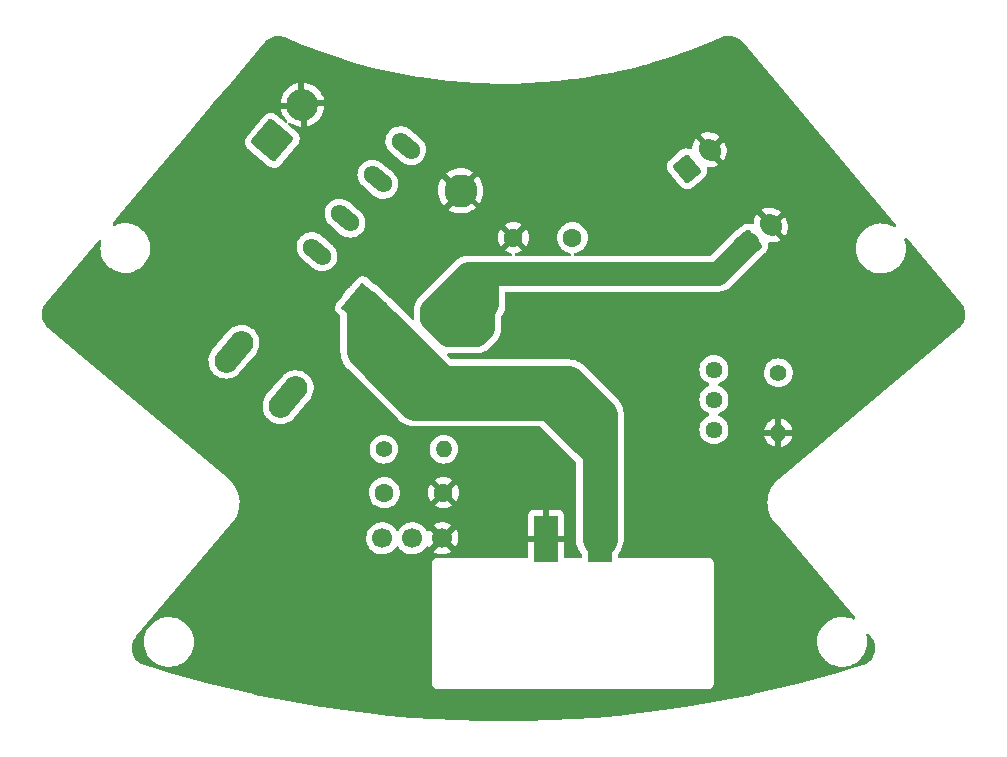
<source format=gbr>
%TF.GenerationSoftware,KiCad,Pcbnew,(6.0.11)*%
%TF.CreationDate,2023-10-13T17:04:58+09:00*%
%TF.ProjectId,power_supply_board,706f7765-725f-4737-9570-706c795f626f,rev?*%
%TF.SameCoordinates,Original*%
%TF.FileFunction,Copper,L2,Bot*%
%TF.FilePolarity,Positive*%
%FSLAX46Y46*%
G04 Gerber Fmt 4.6, Leading zero omitted, Abs format (unit mm)*
G04 Created by KiCad (PCBNEW (6.0.11)) date 2023-10-13 17:04:58*
%MOMM*%
%LPD*%
G01*
G04 APERTURE LIST*
G04 Aperture macros list*
%AMRoundRect*
0 Rectangle with rounded corners*
0 $1 Rounding radius*
0 $2 $3 $4 $5 $6 $7 $8 $9 X,Y pos of 4 corners*
0 Add a 4 corners polygon primitive as box body*
4,1,4,$2,$3,$4,$5,$6,$7,$8,$9,$2,$3,0*
0 Add four circle primitives for the rounded corners*
1,1,$1+$1,$2,$3*
1,1,$1+$1,$4,$5*
1,1,$1+$1,$6,$7*
1,1,$1+$1,$8,$9*
0 Add four rect primitives between the rounded corners*
20,1,$1+$1,$2,$3,$4,$5,0*
20,1,$1+$1,$4,$5,$6,$7,0*
20,1,$1+$1,$6,$7,$8,$9,0*
20,1,$1+$1,$8,$9,$2,$3,0*%
%AMHorizOval*
0 Thick line with rounded ends*
0 $1 width*
0 $2 $3 position (X,Y) of the first rounded end (center of the circle)*
0 $4 $5 position (X,Y) of the second rounded end (center of the circle)*
0 Add line between two ends*
20,1,$1,$2,$3,$4,$5,0*
0 Add two circle primitives to create the rounded ends*
1,1,$1,$2,$3*
1,1,$1,$4,$5*%
%AMRotRect*
0 Rectangle, with rotation*
0 The origin of the aperture is its center*
0 $1 length*
0 $2 width*
0 $3 Rotation angle, in degrees counterclockwise*
0 Add horizontal line*
21,1,$1,$2,0,0,$3*%
G04 Aperture macros list end*
%TA.AperFunction,ComponentPad*%
%ADD10C,1.400000*%
%TD*%
%TA.AperFunction,ComponentPad*%
%ADD11O,1.400000X1.400000*%
%TD*%
%TA.AperFunction,ComponentPad*%
%ADD12HorizOval,2.000000X-0.642788X-0.766044X0.642788X0.766044X0*%
%TD*%
%TA.AperFunction,ComponentPad*%
%ADD13C,1.600000*%
%TD*%
%TA.AperFunction,ComponentPad*%
%ADD14RoundRect,0.250000X0.022464X-0.960206X0.941717X-0.188861X-0.022464X0.960206X-0.941717X0.188861X0*%
%TD*%
%TA.AperFunction,ComponentPad*%
%ADD15HorizOval,1.700000X-0.096418X0.114907X0.096418X-0.114907X0*%
%TD*%
%TA.AperFunction,ComponentPad*%
%ADD16HorizOval,1.500000X-0.459627X0.385673X0.459627X-0.385673X0*%
%TD*%
%TA.AperFunction,ComponentPad*%
%ADD17RotRect,2.800000X2.800000X50.000000*%
%TD*%
%TA.AperFunction,ComponentPad*%
%ADD18HorizOval,2.800000X0.000000X0.000000X0.000000X0.000000X0*%
%TD*%
%TA.AperFunction,ComponentPad*%
%ADD19C,1.700000*%
%TD*%
%TA.AperFunction,ComponentPad*%
%ADD20C,1.440000*%
%TD*%
%TA.AperFunction,SMDPad,CuDef*%
%ADD21R,2.000000X4.000000*%
%TD*%
%TA.AperFunction,ComponentPad*%
%ADD22RoundRect,0.250001X0.135582X-1.549714X1.549714X0.135582X-0.135582X1.549714X-1.549714X-0.135582X0*%
%TD*%
%TA.AperFunction,ComponentPad*%
%ADD23C,2.700000*%
%TD*%
%TA.AperFunction,ViaPad*%
%ADD24C,0.800000*%
%TD*%
%TA.AperFunction,Conductor*%
%ADD25C,2.000000*%
%TD*%
%TA.AperFunction,Conductor*%
%ADD26C,3.000000*%
%TD*%
G04 APERTURE END LIST*
D10*
%TO.P,R1,1*%
%TO.N,+12V*%
X126238000Y-103124000D03*
D11*
%TO.P,R1,2*%
%TO.N,Net-(R1-Pad2)*%
X131318000Y-103124000D03*
%TD*%
D12*
%TO.P,SW2,1*%
%TO.N,Net-(D1-Pad1)*%
X113538000Y-94869000D03*
%TO.P,SW2,2*%
%TO.N,+12V*%
X118134267Y-98725726D03*
%TD*%
D13*
%TO.P,C1,1*%
%TO.N,+12V*%
X126278000Y-106807000D03*
%TO.P,C1,2*%
%TO.N,GND*%
X131278000Y-106807000D03*
%TD*%
D14*
%TO.P,J1,1,Pin_1*%
%TO.N,+5V*%
X151892000Y-79375000D03*
D15*
%TO.P,J1,2,Pin_2*%
%TO.N,GND*%
X153807111Y-77768031D03*
%TD*%
D16*
%TO.P,F1,1*%
%TO.N,Net-(D1-Pad1)*%
X122951008Y-83561996D03*
X120572693Y-86396361D03*
%TO.P,F1,2*%
%TO.N,Net-(BT1-Pad1)*%
X128093308Y-77433641D03*
X125714994Y-80268005D03*
%TD*%
D17*
%TO.P,D1,1,K*%
%TO.N,Net-(D1-Pad1)*%
X124569299Y-90970383D03*
D18*
%TO.P,D1,2,A*%
%TO.N,GND*%
X132732702Y-81241619D03*
%TD*%
D14*
%TO.P,J2,1,Pin_1*%
%TO.N,+12V*%
X157073981Y-85745311D03*
D15*
%TO.P,J2,2,Pin_2*%
%TO.N,GND*%
X158989092Y-84138342D03*
%TD*%
D13*
%TO.P,C2,1*%
%TO.N,+5V*%
X142200000Y-85217000D03*
%TO.P,C2,2*%
%TO.N,GND*%
X137200000Y-85217000D03*
%TD*%
D19*
%TO.P,SW1,1*%
%TO.N,GND*%
X131191000Y-110663000D03*
%TO.P,SW1,2*%
%TO.N,Net-(R1-Pad2)*%
X126111000Y-110663000D03*
%TO.P,SW1,3*%
%TO.N,N/C*%
X128651000Y-110663000D03*
%TD*%
D10*
%TO.P,R2,1*%
%TO.N,Net-(R2-Pad1)*%
X159639000Y-96647000D03*
D11*
%TO.P,R2,2*%
%TO.N,GND*%
X159639000Y-101727000D03*
%TD*%
D20*
%TO.P,RV1,1,1*%
%TO.N,Net-(R2-Pad1)*%
X154178000Y-96383000D03*
%TO.P,RV1,2,2*%
X154178000Y-98923000D03*
%TO.P,RV1,3,3*%
%TO.N,Net-(RV1-Pad3)*%
X154178000Y-101463000D03*
%TD*%
D21*
%TO.P,MES1,1,-*%
%TO.N,GND*%
X139954000Y-110744000D03*
%TO.P,MES1,2,+*%
%TO.N,Net-(D1-Pad1)*%
X144526000Y-110744000D03*
%TD*%
D22*
%TO.P,BT1,1,+*%
%TO.N,Net-(BT1-Pad1)*%
X116796956Y-76982235D03*
D23*
%TO.P,BT1,2,-*%
%TO.N,GND*%
X119342395Y-73948699D03*
%TD*%
D24*
%TO.N,GND*%
X164084000Y-92456000D03*
X162179000Y-91059000D03*
X157734000Y-98552000D03*
X160020000Y-76200000D03*
X137668000Y-111760000D03*
X131318000Y-78689200D03*
X147320000Y-111760000D03*
X145034000Y-77470000D03*
X149606000Y-85852000D03*
X133604000Y-102616000D03*
X141986000Y-106172000D03*
X120243600Y-105968800D03*
X128778000Y-85598000D03*
X161798000Y-116078000D03*
X115824000Y-109982000D03*
X136347200Y-124866400D03*
X144322800Y-95351600D03*
X148437600Y-124460000D03*
X129082800Y-118719600D03*
X173278800Y-91948000D03*
X99568000Y-91389200D03*
X163576000Y-81026000D03*
X151384000Y-90424000D03*
X158242000Y-111506000D03*
X147726400Y-72491600D03*
X147066000Y-105410000D03*
X142240000Y-111760000D03*
X111607600Y-121615200D03*
X155448000Y-82677000D03*
X155448000Y-71374000D03*
X134061200Y-85293200D03*
X125476000Y-73660000D03*
X106172000Y-96774000D03*
X133756400Y-73050400D03*
X117398800Y-69596000D03*
X136906000Y-77724000D03*
X113995200Y-104089200D03*
X161950400Y-101092000D03*
X135636000Y-107442000D03*
X156718000Y-118110000D03*
X151384000Y-108458000D03*
X137668000Y-104648000D03*
X113842800Y-82956400D03*
X151130000Y-99568000D03*
X133350000Y-111760000D03*
X113538000Y-99060000D03*
X119126000Y-82804000D03*
X107340400Y-82092800D03*
X163576000Y-85852000D03*
X161239200Y-121970800D03*
X123952000Y-124002800D03*
X168148000Y-96520000D03*
X156311600Y-92710000D03*
X123799600Y-109474000D03*
X109778800Y-78790800D03*
X144780000Y-82296000D03*
X140716000Y-73101200D03*
X115062000Y-72898000D03*
%TO.N,+12V*%
X132519800Y-93083000D03*
X133604000Y-92964000D03*
X131605400Y-93083000D03*
X130733800Y-91567000D03*
X130771900Y-92544900D03*
X133477000Y-91567000D03*
X131648200Y-91313000D03*
X132562600Y-91313000D03*
%TD*%
D25*
%TO.N,+12V*%
X131648200Y-91313000D02*
X131064000Y-91313000D01*
X133604000Y-92964000D02*
X132715000Y-92964000D01*
X133350000Y-88646000D02*
X133350000Y-90170000D01*
X132715000Y-92964000D02*
X131064000Y-91313000D01*
X134112000Y-93472000D02*
X134620000Y-92964000D01*
X133159500Y-88455500D02*
X130302000Y-91313000D01*
X133350000Y-88265000D02*
X133159500Y-88455500D01*
X134620000Y-91313000D02*
X132562600Y-91313000D01*
X131699000Y-93472000D02*
X134112000Y-93472000D01*
X133159500Y-88455500D02*
X133350000Y-88646000D01*
X134620000Y-92964000D02*
X133604000Y-92964000D01*
X130771900Y-92544900D02*
X131699000Y-93472000D01*
X154554292Y-88265000D02*
X137160000Y-88265000D01*
X130302000Y-92075000D02*
X130771900Y-92544900D01*
X135001000Y-88265000D02*
X135001000Y-90932000D01*
X131064000Y-91313000D02*
X130302000Y-91313000D01*
X135001000Y-88265000D02*
X133350000Y-88265000D01*
X134620000Y-92964000D02*
X134620000Y-91313000D01*
X135001000Y-90932000D02*
X134620000Y-91313000D01*
X130302000Y-91313000D02*
X130302000Y-92075000D01*
X132562600Y-91313000D02*
X131648200Y-91313000D01*
X137160000Y-88265000D02*
X135001000Y-88265000D01*
X157073981Y-85745311D02*
X154554292Y-88265000D01*
D26*
%TO.N,Net-(D1-Pad1)*%
X124569299Y-94851299D02*
X128905000Y-99187000D01*
X128905000Y-99187000D02*
X132461000Y-99187000D01*
X140335000Y-99187000D02*
X144526000Y-103378000D01*
X124569299Y-90970383D02*
X124569299Y-94851299D01*
X124569299Y-90970383D02*
X130464458Y-96865542D01*
X132461000Y-98862084D02*
X132461000Y-99187000D01*
X130464458Y-96865542D02*
X132461000Y-98862084D01*
X144526000Y-100203000D02*
X144526000Y-103378000D01*
X141859000Y-97536000D02*
X144526000Y-100203000D01*
X131134916Y-97536000D02*
X141859000Y-97536000D01*
X132461000Y-99187000D02*
X140335000Y-99187000D01*
X144526000Y-103378000D02*
X144526000Y-110744000D01*
X130464458Y-96865542D02*
X131134916Y-97536000D01*
%TD*%
%TA.AperFunction,Conductor*%
%TO.N,GND*%
G36*
X155483339Y-68123121D02*
G01*
X155561404Y-68129691D01*
X155678407Y-68139539D01*
X155696248Y-68142339D01*
X155826899Y-68172583D01*
X155886973Y-68186490D01*
X155904236Y-68191816D01*
X156086675Y-68262786D01*
X156103000Y-68270526D01*
X156273417Y-68366860D01*
X156288468Y-68376856D01*
X156443361Y-68496579D01*
X156456826Y-68508625D01*
X156570300Y-68625821D01*
X156581659Y-68640573D01*
X156586607Y-68646627D01*
X156591249Y-68654317D01*
X156614690Y-68675861D01*
X156625993Y-68687695D01*
X169562694Y-84125443D01*
X169591116Y-84190501D01*
X169579852Y-84260598D01*
X169532480Y-84313479D01*
X169464038Y-84332353D01*
X169400284Y-84313803D01*
X169300868Y-84252881D01*
X169297211Y-84250640D01*
X169279117Y-84242697D01*
X169037899Y-84136810D01*
X169033967Y-84135084D01*
X169019413Y-84130938D01*
X168884222Y-84092428D01*
X168757475Y-84056323D01*
X168514745Y-84021778D01*
X168477105Y-84016421D01*
X168477103Y-84016421D01*
X168472853Y-84015816D01*
X168468564Y-84015794D01*
X168468557Y-84015793D01*
X168189652Y-84014332D01*
X168189645Y-84014332D01*
X168185366Y-84014310D01*
X168181122Y-84014869D01*
X168181118Y-84014869D01*
X168055729Y-84031377D01*
X167900335Y-84051835D01*
X167896195Y-84052968D01*
X167896193Y-84052968D01*
X167819380Y-84073982D01*
X167623033Y-84127696D01*
X167619085Y-84129380D01*
X167362545Y-84238804D01*
X167362541Y-84238806D01*
X167358593Y-84240490D01*
X167327762Y-84258942D01*
X167115590Y-84385924D01*
X167115586Y-84385927D01*
X167111908Y-84388128D01*
X166887541Y-84567880D01*
X166855875Y-84601249D01*
X166692663Y-84773239D01*
X166689646Y-84776418D01*
X166521883Y-85009884D01*
X166519874Y-85013679D01*
X166519873Y-85013680D01*
X166498041Y-85054913D01*
X166387357Y-85263959D01*
X166288558Y-85533940D01*
X166227314Y-85814831D01*
X166226978Y-85819101D01*
X166205265Y-86094995D01*
X166205264Y-86094995D01*
X166205265Y-86094997D01*
X166204758Y-86101436D01*
X166205005Y-86105720D01*
X166205005Y-86105721D01*
X166207388Y-86147051D01*
X166221307Y-86388450D01*
X166222132Y-86392655D01*
X166222133Y-86392663D01*
X166249176Y-86530498D01*
X166276655Y-86670562D01*
X166278042Y-86674612D01*
X166278043Y-86674617D01*
X166363362Y-86923812D01*
X166369779Y-86942553D01*
X166373098Y-86949152D01*
X166485918Y-87173469D01*
X166498954Y-87199389D01*
X166540235Y-87259453D01*
X166652884Y-87423358D01*
X166661790Y-87436317D01*
X166855275Y-87648955D01*
X166858570Y-87651710D01*
X166858571Y-87651711D01*
X167035594Y-87799724D01*
X167075828Y-87833365D01*
X167319367Y-87986138D01*
X167581387Y-88104444D01*
X167585506Y-88105664D01*
X167852926Y-88184878D01*
X167852931Y-88184879D01*
X167857039Y-88186096D01*
X167861273Y-88186744D01*
X167861278Y-88186745D01*
X168109880Y-88224786D01*
X168141222Y-88229582D01*
X168287554Y-88231881D01*
X168424386Y-88234031D01*
X168424392Y-88234031D01*
X168428677Y-88234098D01*
X168432929Y-88233583D01*
X168432937Y-88233583D01*
X168709825Y-88200075D01*
X168709830Y-88200074D01*
X168714086Y-88199559D01*
X168893636Y-88152455D01*
X168988023Y-88127693D01*
X168988024Y-88127693D01*
X168992166Y-88126606D01*
X169257773Y-88016588D01*
X169505991Y-87871541D01*
X169732228Y-87694149D01*
X169762260Y-87663159D01*
X169929313Y-87490773D01*
X169932296Y-87487695D01*
X169934829Y-87484247D01*
X169934833Y-87484242D01*
X170099956Y-87259453D01*
X170102494Y-87255998D01*
X170105347Y-87250743D01*
X170237623Y-87007122D01*
X170237624Y-87007120D01*
X170239673Y-87003346D01*
X170295929Y-86854470D01*
X170339776Y-86738433D01*
X170339777Y-86738429D01*
X170341294Y-86734415D01*
X170392968Y-86508793D01*
X170404518Y-86458364D01*
X170404519Y-86458360D01*
X170405476Y-86454180D01*
X170408479Y-86420539D01*
X170430812Y-86170293D01*
X170430812Y-86170291D01*
X170431032Y-86167827D01*
X170431496Y-86123567D01*
X170429548Y-86094995D01*
X170412234Y-85841019D01*
X170412233Y-85841013D01*
X170411942Y-85836742D01*
X170407405Y-85814831D01*
X170354512Y-85559422D01*
X170353643Y-85555225D01*
X170288665Y-85371734D01*
X170284781Y-85300845D01*
X170319839Y-85239108D01*
X170382709Y-85206125D01*
X170453431Y-85212369D01*
X170504012Y-85248747D01*
X172188967Y-87259453D01*
X175083377Y-90713438D01*
X175094675Y-90729256D01*
X175107066Y-90749788D01*
X175113676Y-90755864D01*
X175113677Y-90755865D01*
X175118390Y-90760197D01*
X175135224Y-90779127D01*
X175234446Y-90916337D01*
X175243907Y-90931606D01*
X175334395Y-91104005D01*
X175341590Y-91120471D01*
X175342600Y-91123320D01*
X175394240Y-91269020D01*
X175406629Y-91303976D01*
X175411408Y-91321296D01*
X175418308Y-91355710D01*
X175449682Y-91512191D01*
X175451950Y-91530017D01*
X175462679Y-91724425D01*
X175462387Y-91742388D01*
X175450555Y-91877107D01*
X175445352Y-91936340D01*
X175442507Y-91954084D01*
X175398053Y-92143645D01*
X175392719Y-92160784D01*
X175331587Y-92316965D01*
X175321750Y-92342096D01*
X175314024Y-92358319D01*
X175217985Y-92527690D01*
X175208032Y-92542645D01*
X175088872Y-92696636D01*
X175076910Y-92710003D01*
X174960188Y-92823070D01*
X174946720Y-92833449D01*
X174946727Y-92833458D01*
X174939782Y-92839142D01*
X174932098Y-92843786D01*
X174926028Y-92850398D01*
X174926026Y-92850400D01*
X174910563Y-92867245D01*
X174898733Y-92878559D01*
X159649522Y-105674167D01*
X159632388Y-105686265D01*
X159615082Y-105696439D01*
X159605368Y-105704390D01*
X159602117Y-105708020D01*
X159600142Y-105709909D01*
X159596563Y-105713591D01*
X159385500Y-105913619D01*
X159383075Y-105916549D01*
X159383073Y-105916551D01*
X159237321Y-106092644D01*
X159192000Y-106147399D01*
X159189944Y-106150603D01*
X159053589Y-106363067D01*
X159028090Y-106402798D01*
X159026435Y-106406227D01*
X159026433Y-106406230D01*
X158915750Y-106635509D01*
X158896159Y-106676092D01*
X158798131Y-106963296D01*
X158797345Y-106967016D01*
X158797345Y-106967018D01*
X158736221Y-107256506D01*
X158735436Y-107260222D01*
X158735106Y-107263999D01*
X158735105Y-107264003D01*
X158723703Y-107394345D01*
X158708989Y-107562539D01*
X158719174Y-107865841D01*
X158719760Y-107869603D01*
X158719760Y-107869608D01*
X158765258Y-108161942D01*
X158765843Y-108165703D01*
X158848316Y-108457754D01*
X158965389Y-108737734D01*
X158967264Y-108741032D01*
X158967269Y-108741042D01*
X159113478Y-108998257D01*
X159115357Y-109001562D01*
X159277634Y-109220561D01*
X159285015Y-109231717D01*
X159287587Y-109236091D01*
X159295538Y-109245805D01*
X159316333Y-109264431D01*
X159328783Y-109277290D01*
X160777552Y-111003865D01*
X166097893Y-117344400D01*
X166126356Y-117409438D01*
X166115139Y-117479543D01*
X166067800Y-117532454D01*
X165999371Y-117551373D01*
X165950727Y-117540763D01*
X165755694Y-117455150D01*
X165729759Y-117447762D01*
X165483330Y-117377565D01*
X165483331Y-117377565D01*
X165479202Y-117376389D01*
X165254418Y-117344398D01*
X165198832Y-117336487D01*
X165198830Y-117336487D01*
X165194580Y-117335882D01*
X165190291Y-117335860D01*
X165190284Y-117335859D01*
X164911379Y-117334398D01*
X164911372Y-117334398D01*
X164907093Y-117334376D01*
X164902849Y-117334935D01*
X164902845Y-117334935D01*
X164777456Y-117351443D01*
X164622062Y-117371901D01*
X164617922Y-117373034D01*
X164617920Y-117373034D01*
X164541107Y-117394048D01*
X164344760Y-117447762D01*
X164340812Y-117449446D01*
X164084272Y-117558870D01*
X164084268Y-117558872D01*
X164080320Y-117560556D01*
X163955756Y-117635106D01*
X163837317Y-117705990D01*
X163837313Y-117705993D01*
X163833635Y-117708194D01*
X163609268Y-117887946D01*
X163411373Y-118096484D01*
X163274783Y-118286569D01*
X163246844Y-118325450D01*
X163243610Y-118329950D01*
X163241601Y-118333745D01*
X163241600Y-118333746D01*
X163226480Y-118362303D01*
X163109084Y-118584025D01*
X163010285Y-118854006D01*
X162949041Y-119134897D01*
X162948705Y-119139167D01*
X162926992Y-119415061D01*
X162926991Y-119415061D01*
X162926992Y-119415063D01*
X162926485Y-119421502D01*
X162943034Y-119708516D01*
X162943859Y-119712721D01*
X162943860Y-119712729D01*
X162963730Y-119814007D01*
X162998382Y-119990628D01*
X162999769Y-119994678D01*
X162999770Y-119994683D01*
X163090117Y-120258563D01*
X163091506Y-120262619D01*
X163099959Y-120279426D01*
X163208149Y-120494537D01*
X163220681Y-120519455D01*
X163383517Y-120756383D01*
X163577002Y-120969021D01*
X163580297Y-120971776D01*
X163580298Y-120971777D01*
X163674026Y-121050145D01*
X163797555Y-121153431D01*
X164041094Y-121306204D01*
X164303114Y-121424510D01*
X164307233Y-121425730D01*
X164574653Y-121504944D01*
X164574658Y-121504945D01*
X164578766Y-121506162D01*
X164583000Y-121506810D01*
X164583005Y-121506811D01*
X164831607Y-121544852D01*
X164862949Y-121549648D01*
X165009281Y-121551947D01*
X165146113Y-121554097D01*
X165146119Y-121554097D01*
X165150404Y-121554164D01*
X165154656Y-121553649D01*
X165154664Y-121553649D01*
X165431552Y-121520141D01*
X165431557Y-121520140D01*
X165435813Y-121519625D01*
X165713893Y-121446672D01*
X165979500Y-121336654D01*
X166227718Y-121191607D01*
X166453955Y-121014215D01*
X166495081Y-120971777D01*
X166651040Y-120810839D01*
X166654023Y-120807761D01*
X166656556Y-120804313D01*
X166656560Y-120804308D01*
X166821683Y-120579519D01*
X166824221Y-120576064D01*
X166878118Y-120476798D01*
X166959350Y-120327188D01*
X166959351Y-120327186D01*
X166961400Y-120323412D01*
X167063021Y-120054481D01*
X167127203Y-119774246D01*
X167141471Y-119614381D01*
X167152539Y-119490359D01*
X167152539Y-119490357D01*
X167152759Y-119487893D01*
X167153223Y-119443633D01*
X167135370Y-119181758D01*
X167133961Y-119161085D01*
X167133960Y-119161079D01*
X167133669Y-119156808D01*
X167129132Y-119134897D01*
X167098118Y-118985136D01*
X167076094Y-118878787D01*
X167081866Y-118808027D01*
X167124979Y-118751619D01*
X167191744Y-118727474D01*
X167260964Y-118743259D01*
X167295998Y-118772246D01*
X167461365Y-118969323D01*
X167472670Y-118985128D01*
X167485085Y-119005668D01*
X167491699Y-119011739D01*
X167491702Y-119011743D01*
X167495927Y-119015621D01*
X167513060Y-119034940D01*
X167618468Y-119181707D01*
X167628337Y-119197895D01*
X167721775Y-119380832D01*
X167729105Y-119398317D01*
X167794038Y-119593207D01*
X167798660Y-119611593D01*
X167806921Y-119659428D01*
X167832575Y-119807983D01*
X167833615Y-119814007D01*
X167835427Y-119832880D01*
X167839616Y-120038262D01*
X167838575Y-120057192D01*
X167811902Y-120260867D01*
X167808033Y-120279426D01*
X167751102Y-120476798D01*
X167744493Y-120494565D01*
X167658611Y-120681119D01*
X167658591Y-120681162D01*
X167649391Y-120697735D01*
X167536464Y-120869333D01*
X167524880Y-120884341D01*
X167448692Y-120969021D01*
X167387489Y-121037046D01*
X167373785Y-121050145D01*
X167215028Y-121180516D01*
X167199518Y-121191408D01*
X167022992Y-121296486D01*
X167006042Y-121304919D01*
X166845562Y-121370193D01*
X166829895Y-121374553D01*
X166820889Y-121377439D01*
X166811315Y-121378950D01*
X166811309Y-121378953D01*
X166811302Y-121378954D01*
X166802769Y-121382982D01*
X166802766Y-121382983D01*
X166785190Y-121391280D01*
X166768792Y-121397662D01*
X165581009Y-121766731D01*
X164961465Y-121959236D01*
X164959119Y-121959940D01*
X163104000Y-122497059D01*
X163101700Y-122497701D01*
X161236505Y-122998660D01*
X161234225Y-122999250D01*
X159359539Y-123463891D01*
X159357244Y-123464437D01*
X157473948Y-123892540D01*
X157471555Y-123893059D01*
X155580389Y-124284461D01*
X155577986Y-124284934D01*
X153679538Y-124639512D01*
X153677127Y-124639938D01*
X151772190Y-124957545D01*
X151769770Y-124957925D01*
X149858942Y-125238462D01*
X149856516Y-125238794D01*
X147940647Y-125482133D01*
X147938215Y-125482418D01*
X146017928Y-125688482D01*
X146015490Y-125688719D01*
X144091679Y-125857413D01*
X144089238Y-125857604D01*
X142162353Y-125988887D01*
X142159908Y-125989029D01*
X140454139Y-126071979D01*
X140230940Y-126082833D01*
X140228501Y-126082928D01*
X138298044Y-126139226D01*
X138295657Y-126139272D01*
X136864841Y-126153178D01*
X136364425Y-126158041D01*
X136361977Y-126158041D01*
X135861561Y-126153178D01*
X134430745Y-126139272D01*
X134428358Y-126139226D01*
X132497901Y-126082928D01*
X132495462Y-126082833D01*
X132272263Y-126071979D01*
X130566494Y-125989029D01*
X130564049Y-125988887D01*
X128637164Y-125857604D01*
X128634723Y-125857413D01*
X126710912Y-125688719D01*
X126708474Y-125688482D01*
X124788187Y-125482418D01*
X124785755Y-125482133D01*
X122869886Y-125238794D01*
X122867460Y-125238462D01*
X120956632Y-124957925D01*
X120954212Y-124957545D01*
X119049275Y-124639938D01*
X119046864Y-124639512D01*
X117148416Y-124284934D01*
X117146013Y-124284461D01*
X115254847Y-123893059D01*
X115252454Y-123892540D01*
X113369158Y-123464437D01*
X113366863Y-123463891D01*
X111492177Y-122999250D01*
X111489897Y-122998660D01*
X109624702Y-122497701D01*
X109622402Y-122497059D01*
X107767283Y-121959940D01*
X107764937Y-121959236D01*
X107145596Y-121766794D01*
X105964983Y-121399953D01*
X105945819Y-121392223D01*
X105927049Y-121382795D01*
X105927043Y-121382794D01*
X105927037Y-121382791D01*
X105918266Y-121381186D01*
X105918262Y-121381185D01*
X105912570Y-121380144D01*
X105887775Y-121372917D01*
X105720405Y-121304841D01*
X105703439Y-121296400D01*
X105526933Y-121191335D01*
X105511426Y-121180445D01*
X105352676Y-121050081D01*
X105338980Y-121036990D01*
X105201642Y-120884342D01*
X105201592Y-120884286D01*
X105190008Y-120869279D01*
X105149523Y-120807761D01*
X105077084Y-120697687D01*
X105067888Y-120681119D01*
X105021116Y-120579519D01*
X104981992Y-120494535D01*
X104975383Y-120476768D01*
X104918455Y-120279409D01*
X104914586Y-120260849D01*
X104887915Y-120057187D01*
X104886874Y-120038257D01*
X104891062Y-119832890D01*
X104892874Y-119814017D01*
X104927828Y-119611613D01*
X104932450Y-119593227D01*
X104989665Y-119421502D01*
X105920724Y-119421502D01*
X105937273Y-119708516D01*
X105938098Y-119712721D01*
X105938099Y-119712729D01*
X105957969Y-119814007D01*
X105992621Y-119990628D01*
X105994008Y-119994678D01*
X105994009Y-119994683D01*
X106084356Y-120258563D01*
X106085745Y-120262619D01*
X106094198Y-120279426D01*
X106202388Y-120494537D01*
X106214920Y-120519455D01*
X106377756Y-120756383D01*
X106571241Y-120969021D01*
X106574536Y-120971776D01*
X106574537Y-120971777D01*
X106668265Y-121050145D01*
X106791794Y-121153431D01*
X107035333Y-121306204D01*
X107297353Y-121424510D01*
X107301472Y-121425730D01*
X107568892Y-121504944D01*
X107568897Y-121504945D01*
X107573005Y-121506162D01*
X107577239Y-121506810D01*
X107577244Y-121506811D01*
X107825846Y-121544852D01*
X107857188Y-121549648D01*
X108003520Y-121551947D01*
X108140352Y-121554097D01*
X108140358Y-121554097D01*
X108144643Y-121554164D01*
X108148895Y-121553649D01*
X108148903Y-121553649D01*
X108425791Y-121520141D01*
X108425796Y-121520140D01*
X108430052Y-121519625D01*
X108708132Y-121446672D01*
X108973739Y-121336654D01*
X109221957Y-121191607D01*
X109448194Y-121014215D01*
X109489320Y-120971777D01*
X109645279Y-120810839D01*
X109648262Y-120807761D01*
X109650795Y-120804313D01*
X109650799Y-120804308D01*
X109815922Y-120579519D01*
X109818460Y-120576064D01*
X109872357Y-120476798D01*
X109953589Y-120327188D01*
X109953590Y-120327186D01*
X109955639Y-120323412D01*
X110057260Y-120054481D01*
X110121442Y-119774246D01*
X110135710Y-119614381D01*
X110146778Y-119490359D01*
X110146778Y-119490357D01*
X110146998Y-119487893D01*
X110147462Y-119443633D01*
X110129609Y-119181758D01*
X110128200Y-119161085D01*
X110128199Y-119161079D01*
X110127908Y-119156808D01*
X110123371Y-119134897D01*
X110070478Y-118879488D01*
X110069609Y-118875291D01*
X109973642Y-118604290D01*
X109841785Y-118348821D01*
X109835967Y-118340542D01*
X109678939Y-118117115D01*
X109676476Y-118113610D01*
X109480775Y-117903011D01*
X109258303Y-117720920D01*
X109013177Y-117570706D01*
X108995083Y-117562763D01*
X108753865Y-117456876D01*
X108749933Y-117455150D01*
X108723998Y-117447762D01*
X108477569Y-117377565D01*
X108477570Y-117377565D01*
X108473441Y-117376389D01*
X108248657Y-117344398D01*
X108193071Y-117336487D01*
X108193069Y-117336487D01*
X108188819Y-117335882D01*
X108184530Y-117335860D01*
X108184523Y-117335859D01*
X107905618Y-117334398D01*
X107905611Y-117334398D01*
X107901332Y-117334376D01*
X107897088Y-117334935D01*
X107897084Y-117334935D01*
X107771695Y-117351443D01*
X107616301Y-117371901D01*
X107612161Y-117373034D01*
X107612159Y-117373034D01*
X107535346Y-117394048D01*
X107338999Y-117447762D01*
X107335051Y-117449446D01*
X107078511Y-117558870D01*
X107078507Y-117558872D01*
X107074559Y-117560556D01*
X106949995Y-117635106D01*
X106831556Y-117705990D01*
X106831552Y-117705993D01*
X106827874Y-117708194D01*
X106603507Y-117887946D01*
X106405612Y-118096484D01*
X106269022Y-118286569D01*
X106241083Y-118325450D01*
X106237849Y-118329950D01*
X106235840Y-118333745D01*
X106235839Y-118333746D01*
X106220719Y-118362303D01*
X106103323Y-118584025D01*
X106004524Y-118854006D01*
X105943280Y-119134897D01*
X105942944Y-119139167D01*
X105921231Y-119415061D01*
X105921230Y-119415061D01*
X105921231Y-119415063D01*
X105920724Y-119421502D01*
X104989665Y-119421502D01*
X104997380Y-119398346D01*
X105004706Y-119380869D01*
X105098143Y-119197933D01*
X105108006Y-119181758D01*
X105209511Y-119040426D01*
X105220731Y-119028080D01*
X105220634Y-119027997D01*
X105226486Y-119021194D01*
X105233248Y-119015284D01*
X105250379Y-118988446D01*
X105260058Y-118975258D01*
X112262816Y-110629695D01*
X124748251Y-110629695D01*
X124748548Y-110634848D01*
X124748548Y-110634851D01*
X124750910Y-110675812D01*
X124761110Y-110852715D01*
X124762247Y-110857761D01*
X124762248Y-110857767D01*
X124783275Y-110951069D01*
X124810222Y-111070639D01*
X124894266Y-111277616D01*
X124944861Y-111360180D01*
X125008291Y-111463688D01*
X125010987Y-111468088D01*
X125157250Y-111636938D01*
X125329126Y-111779632D01*
X125522000Y-111892338D01*
X125730692Y-111972030D01*
X125735760Y-111973061D01*
X125735763Y-111973062D01*
X125840604Y-111994392D01*
X125949597Y-112016567D01*
X125954772Y-112016757D01*
X125954774Y-112016757D01*
X126167673Y-112024564D01*
X126167677Y-112024564D01*
X126172837Y-112024753D01*
X126177957Y-112024097D01*
X126177959Y-112024097D01*
X126389288Y-111997025D01*
X126389289Y-111997025D01*
X126394416Y-111996368D01*
X126399366Y-111994883D01*
X126603429Y-111933661D01*
X126603434Y-111933659D01*
X126608384Y-111932174D01*
X126808994Y-111833896D01*
X126990860Y-111704173D01*
X127009874Y-111685226D01*
X127145435Y-111550137D01*
X127149096Y-111546489D01*
X127208594Y-111463689D01*
X127279453Y-111365077D01*
X127280776Y-111366028D01*
X127327645Y-111322857D01*
X127397580Y-111310625D01*
X127463026Y-111338144D01*
X127490875Y-111369994D01*
X127550987Y-111468088D01*
X127697250Y-111636938D01*
X127869126Y-111779632D01*
X128062000Y-111892338D01*
X128270692Y-111972030D01*
X128275760Y-111973061D01*
X128275763Y-111973062D01*
X128380604Y-111994392D01*
X128489597Y-112016567D01*
X128494772Y-112016757D01*
X128494774Y-112016757D01*
X128707673Y-112024564D01*
X128707677Y-112024564D01*
X128712837Y-112024753D01*
X128717957Y-112024097D01*
X128717959Y-112024097D01*
X128929288Y-111997025D01*
X128929289Y-111997025D01*
X128934416Y-111996368D01*
X128939366Y-111994883D01*
X129143429Y-111933661D01*
X129143434Y-111933659D01*
X129148384Y-111932174D01*
X129348994Y-111833896D01*
X129413544Y-111787853D01*
X130430977Y-111787853D01*
X130436258Y-111794907D01*
X130597756Y-111889279D01*
X130607042Y-111893729D01*
X130806001Y-111969703D01*
X130815899Y-111972579D01*
X131024595Y-112015038D01*
X131034823Y-112016257D01*
X131247650Y-112024062D01*
X131257936Y-112023595D01*
X131469185Y-111996534D01*
X131479262Y-111994392D01*
X131683255Y-111933191D01*
X131692842Y-111929433D01*
X131884098Y-111835738D01*
X131892944Y-111830465D01*
X131940247Y-111796723D01*
X131948648Y-111786023D01*
X131941660Y-111772870D01*
X131203812Y-111035022D01*
X131189868Y-111027408D01*
X131188035Y-111027539D01*
X131181420Y-111031790D01*
X130437737Y-111775473D01*
X130430977Y-111787853D01*
X129413544Y-111787853D01*
X129530860Y-111704173D01*
X129549874Y-111685226D01*
X129685435Y-111550137D01*
X129689096Y-111546489D01*
X129748594Y-111463689D01*
X129819453Y-111365077D01*
X129820640Y-111365930D01*
X129867960Y-111322362D01*
X129937897Y-111310145D01*
X130003338Y-111337678D01*
X130031166Y-111369512D01*
X130057459Y-111412419D01*
X130067916Y-111421880D01*
X130076694Y-111418096D01*
X130818978Y-110675812D01*
X130825356Y-110664132D01*
X131555408Y-110664132D01*
X131555539Y-110665965D01*
X131559790Y-110672580D01*
X132301474Y-111414264D01*
X132313484Y-111420823D01*
X132325223Y-111411855D01*
X132356004Y-111369019D01*
X132361315Y-111360180D01*
X132455670Y-111169267D01*
X132459469Y-111159672D01*
X132521376Y-110955915D01*
X132523555Y-110945834D01*
X132551590Y-110732887D01*
X132552109Y-110726212D01*
X132553572Y-110666364D01*
X132553378Y-110659646D01*
X132537942Y-110471885D01*
X138446000Y-110471885D01*
X138450475Y-110487124D01*
X138451865Y-110488329D01*
X138459548Y-110490000D01*
X139681885Y-110490000D01*
X139697124Y-110485525D01*
X139698329Y-110484135D01*
X139700000Y-110476452D01*
X139700000Y-110471885D01*
X140208000Y-110471885D01*
X140212475Y-110487124D01*
X140213865Y-110488329D01*
X140221548Y-110490000D01*
X141443884Y-110490000D01*
X141459123Y-110485525D01*
X141460328Y-110484135D01*
X141461999Y-110476452D01*
X141461999Y-108699331D01*
X141461629Y-108692510D01*
X141456105Y-108641648D01*
X141452479Y-108626396D01*
X141407324Y-108505946D01*
X141398786Y-108490351D01*
X141322285Y-108388276D01*
X141309724Y-108375715D01*
X141207649Y-108299214D01*
X141192054Y-108290676D01*
X141071606Y-108245522D01*
X141056351Y-108241895D01*
X141005486Y-108236369D01*
X140998672Y-108236000D01*
X140226115Y-108236000D01*
X140210876Y-108240475D01*
X140209671Y-108241865D01*
X140208000Y-108249548D01*
X140208000Y-110471885D01*
X139700000Y-110471885D01*
X139700000Y-108254116D01*
X139695525Y-108238877D01*
X139694135Y-108237672D01*
X139686452Y-108236001D01*
X138909331Y-108236001D01*
X138902510Y-108236371D01*
X138851648Y-108241895D01*
X138836396Y-108245521D01*
X138715946Y-108290676D01*
X138700351Y-108299214D01*
X138598276Y-108375715D01*
X138585715Y-108388276D01*
X138509214Y-108490351D01*
X138500676Y-108505946D01*
X138455522Y-108626394D01*
X138451895Y-108641649D01*
X138446369Y-108692514D01*
X138446000Y-108699328D01*
X138446000Y-110471885D01*
X132537942Y-110471885D01*
X132535781Y-110445604D01*
X132534096Y-110435424D01*
X132482214Y-110228875D01*
X132478894Y-110219124D01*
X132393972Y-110023814D01*
X132389105Y-110014739D01*
X132324063Y-109914197D01*
X132313377Y-109904995D01*
X132303812Y-109909398D01*
X131563022Y-110650188D01*
X131555408Y-110664132D01*
X130825356Y-110664132D01*
X130826592Y-110661868D01*
X130826461Y-110660035D01*
X130822210Y-110653420D01*
X130080849Y-109912059D01*
X130069313Y-109905759D01*
X130057031Y-109915382D01*
X130024499Y-109963072D01*
X129969587Y-110008075D01*
X129899063Y-110016246D01*
X129835316Y-109984992D01*
X129814618Y-109960508D01*
X129733822Y-109835617D01*
X129733820Y-109835614D01*
X129731014Y-109831277D01*
X129580670Y-109666051D01*
X129576619Y-109662852D01*
X129576615Y-109662848D01*
X129420338Y-109539427D01*
X130432223Y-109539427D01*
X130438968Y-109551758D01*
X131178188Y-110290978D01*
X131192132Y-110298592D01*
X131193965Y-110298461D01*
X131200580Y-110294210D01*
X131944389Y-109550401D01*
X131951410Y-109537544D01*
X131944611Y-109528213D01*
X131940554Y-109525518D01*
X131754117Y-109422599D01*
X131744705Y-109418369D01*
X131543959Y-109347280D01*
X131533989Y-109344646D01*
X131324327Y-109307301D01*
X131314073Y-109306331D01*
X131101116Y-109303728D01*
X131090832Y-109304448D01*
X130880321Y-109336661D01*
X130870293Y-109339050D01*
X130667868Y-109405212D01*
X130658359Y-109409209D01*
X130469466Y-109507540D01*
X130460734Y-109513039D01*
X130440677Y-109528099D01*
X130432223Y-109539427D01*
X129420338Y-109539427D01*
X129409414Y-109530800D01*
X129409410Y-109530798D01*
X129405359Y-109527598D01*
X129209789Y-109419638D01*
X129204920Y-109417914D01*
X129204916Y-109417912D01*
X129004087Y-109346795D01*
X129004083Y-109346794D01*
X128999212Y-109345069D01*
X128994119Y-109344162D01*
X128994116Y-109344161D01*
X128784373Y-109306800D01*
X128784367Y-109306799D01*
X128779284Y-109305894D01*
X128705452Y-109304992D01*
X128561081Y-109303228D01*
X128561079Y-109303228D01*
X128555911Y-109303165D01*
X128335091Y-109336955D01*
X128122756Y-109406357D01*
X127924607Y-109509507D01*
X127920474Y-109512610D01*
X127920471Y-109512612D01*
X127750100Y-109640530D01*
X127745965Y-109643635D01*
X127591629Y-109805138D01*
X127484201Y-109962621D01*
X127429293Y-110007621D01*
X127358768Y-110015792D01*
X127295021Y-109984538D01*
X127274324Y-109960054D01*
X127193822Y-109835617D01*
X127193820Y-109835614D01*
X127191014Y-109831277D01*
X127040670Y-109666051D01*
X127036619Y-109662852D01*
X127036615Y-109662848D01*
X126869414Y-109530800D01*
X126869410Y-109530798D01*
X126865359Y-109527598D01*
X126669789Y-109419638D01*
X126664920Y-109417914D01*
X126664916Y-109417912D01*
X126464087Y-109346795D01*
X126464083Y-109346794D01*
X126459212Y-109345069D01*
X126454119Y-109344162D01*
X126454116Y-109344161D01*
X126244373Y-109306800D01*
X126244367Y-109306799D01*
X126239284Y-109305894D01*
X126165452Y-109304992D01*
X126021081Y-109303228D01*
X126021079Y-109303228D01*
X126015911Y-109303165D01*
X125795091Y-109336955D01*
X125582756Y-109406357D01*
X125384607Y-109509507D01*
X125380474Y-109512610D01*
X125380471Y-109512612D01*
X125210100Y-109640530D01*
X125205965Y-109643635D01*
X125051629Y-109805138D01*
X124925743Y-109989680D01*
X124831688Y-110192305D01*
X124771989Y-110407570D01*
X124748251Y-110629695D01*
X112262816Y-110629695D01*
X113199802Y-109513039D01*
X113392634Y-109283231D01*
X113407403Y-109268345D01*
X113422679Y-109255321D01*
X113430864Y-109245804D01*
X113433431Y-109241672D01*
X113434673Y-109239980D01*
X113438238Y-109234735D01*
X113608761Y-109004607D01*
X113608763Y-109004605D01*
X113611026Y-109001550D01*
X113760992Y-108737724D01*
X113864431Y-108490351D01*
X113876593Y-108461267D01*
X113876595Y-108461263D01*
X113878065Y-108457746D01*
X113960537Y-108165698D01*
X113967647Y-108120019D01*
X114006620Y-107869605D01*
X114006620Y-107869603D01*
X114007206Y-107865839D01*
X114008868Y-107816357D01*
X114017262Y-107566349D01*
X114017262Y-107566348D01*
X114017390Y-107562540D01*
X113990943Y-107260225D01*
X113928249Y-106963302D01*
X113927017Y-106959692D01*
X113927016Y-106959689D01*
X113875912Y-106809965D01*
X113874900Y-106807000D01*
X124964502Y-106807000D01*
X124984457Y-107035087D01*
X124985881Y-107040400D01*
X124985881Y-107040402D01*
X125023025Y-107179022D01*
X125043716Y-107256243D01*
X125046039Y-107261224D01*
X125046039Y-107261225D01*
X125138151Y-107458762D01*
X125138154Y-107458767D01*
X125140477Y-107463749D01*
X125271802Y-107651300D01*
X125433700Y-107813198D01*
X125438208Y-107816355D01*
X125438211Y-107816357D01*
X125503442Y-107862032D01*
X125621251Y-107944523D01*
X125626233Y-107946846D01*
X125626238Y-107946849D01*
X125799100Y-108027455D01*
X125828757Y-108041284D01*
X125834065Y-108042706D01*
X125834067Y-108042707D01*
X126044598Y-108099119D01*
X126044600Y-108099119D01*
X126049913Y-108100543D01*
X126278000Y-108120498D01*
X126506087Y-108100543D01*
X126511400Y-108099119D01*
X126511402Y-108099119D01*
X126721933Y-108042707D01*
X126721935Y-108042706D01*
X126727243Y-108041284D01*
X126756900Y-108027455D01*
X126929762Y-107946849D01*
X126929767Y-107946846D01*
X126934749Y-107944523D01*
X127008243Y-107893062D01*
X130556493Y-107893062D01*
X130565789Y-107905077D01*
X130616994Y-107940931D01*
X130626489Y-107946414D01*
X130823947Y-108038490D01*
X130834239Y-108042236D01*
X131044688Y-108098625D01*
X131055481Y-108100528D01*
X131272525Y-108119517D01*
X131283475Y-108119517D01*
X131500519Y-108100528D01*
X131511312Y-108098625D01*
X131721761Y-108042236D01*
X131732053Y-108038490D01*
X131929511Y-107946414D01*
X131939006Y-107940931D01*
X131991048Y-107904491D01*
X131999424Y-107894012D01*
X131992356Y-107880566D01*
X131290812Y-107179022D01*
X131276868Y-107171408D01*
X131275035Y-107171539D01*
X131268420Y-107175790D01*
X130562923Y-107881287D01*
X130556493Y-107893062D01*
X127008243Y-107893062D01*
X127052558Y-107862032D01*
X127117789Y-107816357D01*
X127117792Y-107816355D01*
X127122300Y-107813198D01*
X127284198Y-107651300D01*
X127415523Y-107463749D01*
X127417846Y-107458767D01*
X127417849Y-107458762D01*
X127509961Y-107261225D01*
X127509961Y-107261224D01*
X127512284Y-107256243D01*
X127532976Y-107179022D01*
X127570119Y-107040402D01*
X127570119Y-107040400D01*
X127571543Y-107035087D01*
X127591019Y-106812475D01*
X129965483Y-106812475D01*
X129984472Y-107029519D01*
X129986375Y-107040312D01*
X130042764Y-107250761D01*
X130046510Y-107261053D01*
X130138586Y-107458511D01*
X130144069Y-107468006D01*
X130180509Y-107520048D01*
X130190988Y-107528424D01*
X130204434Y-107521356D01*
X130905978Y-106819812D01*
X130912356Y-106808132D01*
X131642408Y-106808132D01*
X131642539Y-106809965D01*
X131646790Y-106816580D01*
X132352287Y-107522077D01*
X132364062Y-107528507D01*
X132376077Y-107519211D01*
X132411931Y-107468006D01*
X132417414Y-107458511D01*
X132509490Y-107261053D01*
X132513236Y-107250761D01*
X132569625Y-107040312D01*
X132571528Y-107029519D01*
X132590517Y-106812475D01*
X132590517Y-106801525D01*
X132571528Y-106584481D01*
X132569625Y-106573688D01*
X132513236Y-106363239D01*
X132509490Y-106352947D01*
X132417414Y-106155489D01*
X132411931Y-106145994D01*
X132375491Y-106093952D01*
X132365012Y-106085576D01*
X132351566Y-106092644D01*
X131650022Y-106794188D01*
X131642408Y-106808132D01*
X130912356Y-106808132D01*
X130913592Y-106805868D01*
X130913461Y-106804035D01*
X130909210Y-106797420D01*
X130203713Y-106091923D01*
X130191938Y-106085493D01*
X130179923Y-106094789D01*
X130144069Y-106145994D01*
X130138586Y-106155489D01*
X130046510Y-106352947D01*
X130042764Y-106363239D01*
X129986375Y-106573688D01*
X129984472Y-106584481D01*
X129965483Y-106801525D01*
X129965483Y-106812475D01*
X127591019Y-106812475D01*
X127591498Y-106807000D01*
X127571543Y-106578913D01*
X127552123Y-106506438D01*
X127513707Y-106363067D01*
X127513706Y-106363065D01*
X127512284Y-106357757D01*
X127417966Y-106155489D01*
X127417849Y-106155238D01*
X127417846Y-106155233D01*
X127415523Y-106150251D01*
X127284198Y-105962700D01*
X127122300Y-105800802D01*
X127117792Y-105797645D01*
X127117789Y-105797643D01*
X127006886Y-105719988D01*
X130556576Y-105719988D01*
X130563644Y-105733434D01*
X131265188Y-106434978D01*
X131279132Y-106442592D01*
X131280965Y-106442461D01*
X131287580Y-106438210D01*
X131993077Y-105732713D01*
X131999507Y-105720938D01*
X131990211Y-105708923D01*
X131939006Y-105673069D01*
X131929511Y-105667586D01*
X131732053Y-105575510D01*
X131721761Y-105571764D01*
X131511312Y-105515375D01*
X131500519Y-105513472D01*
X131283475Y-105494483D01*
X131272525Y-105494483D01*
X131055481Y-105513472D01*
X131044688Y-105515375D01*
X130834239Y-105571764D01*
X130823947Y-105575510D01*
X130626489Y-105667586D01*
X130616994Y-105673069D01*
X130564952Y-105709509D01*
X130556576Y-105719988D01*
X127006886Y-105719988D01*
X127001827Y-105716446D01*
X126934749Y-105669477D01*
X126929767Y-105667154D01*
X126929762Y-105667151D01*
X126732225Y-105575039D01*
X126732224Y-105575039D01*
X126727243Y-105572716D01*
X126721935Y-105571294D01*
X126721933Y-105571293D01*
X126511402Y-105514881D01*
X126511400Y-105514881D01*
X126506087Y-105513457D01*
X126278000Y-105493502D01*
X126049913Y-105513457D01*
X126044600Y-105514881D01*
X126044598Y-105514881D01*
X125834067Y-105571293D01*
X125834065Y-105571294D01*
X125828757Y-105572716D01*
X125823776Y-105575039D01*
X125823775Y-105575039D01*
X125626238Y-105667151D01*
X125626233Y-105667154D01*
X125621251Y-105669477D01*
X125554173Y-105716446D01*
X125438211Y-105797643D01*
X125438208Y-105797645D01*
X125433700Y-105800802D01*
X125271802Y-105962700D01*
X125140477Y-106150251D01*
X125138154Y-106155233D01*
X125138151Y-106155238D01*
X125138034Y-106155489D01*
X125043716Y-106357757D01*
X125042294Y-106363065D01*
X125042293Y-106363067D01*
X125003877Y-106506438D01*
X124984457Y-106578913D01*
X124964502Y-106807000D01*
X113874900Y-106807000D01*
X113830222Y-106676101D01*
X113746427Y-106502520D01*
X113699950Y-106406242D01*
X113699948Y-106406239D01*
X113698293Y-106402810D01*
X113666182Y-106352775D01*
X113536440Y-106150617D01*
X113534384Y-106147413D01*
X113490828Y-106094789D01*
X113343313Y-105916567D01*
X113343311Y-105916565D01*
X113340886Y-105913635D01*
X113338109Y-105911003D01*
X113143050Y-105726140D01*
X113133852Y-105716446D01*
X113133714Y-105716285D01*
X113133709Y-105716280D01*
X113130551Y-105712576D01*
X113121034Y-105704390D01*
X113116901Y-105701822D01*
X113097321Y-105689657D01*
X113082824Y-105679153D01*
X110037711Y-103124000D01*
X125024884Y-103124000D01*
X125043314Y-103334655D01*
X125098044Y-103538910D01*
X125187411Y-103730558D01*
X125308699Y-103903776D01*
X125458224Y-104053301D01*
X125631442Y-104174589D01*
X125636420Y-104176910D01*
X125636423Y-104176912D01*
X125761755Y-104235355D01*
X125823090Y-104263956D01*
X125828398Y-104265378D01*
X125828400Y-104265379D01*
X126022030Y-104317262D01*
X126022032Y-104317262D01*
X126027345Y-104318686D01*
X126238000Y-104337116D01*
X126448655Y-104318686D01*
X126453968Y-104317262D01*
X126453970Y-104317262D01*
X126647600Y-104265379D01*
X126647602Y-104265378D01*
X126652910Y-104263956D01*
X126714245Y-104235355D01*
X126839577Y-104176912D01*
X126839580Y-104176910D01*
X126844558Y-104174589D01*
X127017776Y-104053301D01*
X127167301Y-103903776D01*
X127288589Y-103730558D01*
X127377956Y-103538910D01*
X127432686Y-103334655D01*
X127451116Y-103124000D01*
X130104884Y-103124000D01*
X130123314Y-103334655D01*
X130178044Y-103538910D01*
X130267411Y-103730558D01*
X130388699Y-103903776D01*
X130538224Y-104053301D01*
X130711442Y-104174589D01*
X130716420Y-104176910D01*
X130716423Y-104176912D01*
X130841755Y-104235355D01*
X130903090Y-104263956D01*
X130908398Y-104265378D01*
X130908400Y-104265379D01*
X131102030Y-104317262D01*
X131102032Y-104317262D01*
X131107345Y-104318686D01*
X131318000Y-104337116D01*
X131528655Y-104318686D01*
X131533968Y-104317262D01*
X131533970Y-104317262D01*
X131727600Y-104265379D01*
X131727602Y-104265378D01*
X131732910Y-104263956D01*
X131794245Y-104235355D01*
X131919577Y-104176912D01*
X131919580Y-104176910D01*
X131924558Y-104174589D01*
X132097776Y-104053301D01*
X132247301Y-103903776D01*
X132368589Y-103730558D01*
X132457956Y-103538910D01*
X132512686Y-103334655D01*
X132531116Y-103124000D01*
X132512686Y-102913345D01*
X132500511Y-102867908D01*
X132459379Y-102714400D01*
X132459378Y-102714398D01*
X132457956Y-102709090D01*
X132434634Y-102659075D01*
X132370912Y-102522423D01*
X132370910Y-102522420D01*
X132368589Y-102517442D01*
X132247301Y-102344224D01*
X132097776Y-102194699D01*
X131924558Y-102073411D01*
X131919580Y-102071090D01*
X131919577Y-102071088D01*
X131737892Y-101986367D01*
X131737891Y-101986366D01*
X131732910Y-101984044D01*
X131727602Y-101982622D01*
X131727600Y-101982621D01*
X131533970Y-101930738D01*
X131533968Y-101930738D01*
X131528655Y-101929314D01*
X131318000Y-101910884D01*
X131107345Y-101929314D01*
X131102032Y-101930738D01*
X131102030Y-101930738D01*
X130908400Y-101982621D01*
X130908398Y-101982622D01*
X130903090Y-101984044D01*
X130898109Y-101986366D01*
X130898108Y-101986367D01*
X130716423Y-102071088D01*
X130716420Y-102071090D01*
X130711442Y-102073411D01*
X130538224Y-102194699D01*
X130388699Y-102344224D01*
X130267411Y-102517442D01*
X130265090Y-102522420D01*
X130265088Y-102522423D01*
X130201366Y-102659075D01*
X130178044Y-102709090D01*
X130176622Y-102714398D01*
X130176621Y-102714400D01*
X130135489Y-102867908D01*
X130123314Y-102913345D01*
X130104884Y-103124000D01*
X127451116Y-103124000D01*
X127432686Y-102913345D01*
X127420511Y-102867908D01*
X127379379Y-102714400D01*
X127379378Y-102714398D01*
X127377956Y-102709090D01*
X127354634Y-102659075D01*
X127290912Y-102522423D01*
X127290910Y-102522420D01*
X127288589Y-102517442D01*
X127167301Y-102344224D01*
X127017776Y-102194699D01*
X126844558Y-102073411D01*
X126839580Y-102071090D01*
X126839577Y-102071088D01*
X126657892Y-101986367D01*
X126657891Y-101986366D01*
X126652910Y-101984044D01*
X126647602Y-101982622D01*
X126647600Y-101982621D01*
X126453970Y-101930738D01*
X126453968Y-101930738D01*
X126448655Y-101929314D01*
X126238000Y-101910884D01*
X126027345Y-101929314D01*
X126022032Y-101930738D01*
X126022030Y-101930738D01*
X125828400Y-101982621D01*
X125828398Y-101982622D01*
X125823090Y-101984044D01*
X125818109Y-101986366D01*
X125818108Y-101986367D01*
X125636423Y-102071088D01*
X125636420Y-102071090D01*
X125631442Y-102073411D01*
X125458224Y-102194699D01*
X125308699Y-102344224D01*
X125187411Y-102517442D01*
X125185090Y-102522420D01*
X125185088Y-102522423D01*
X125121366Y-102659075D01*
X125098044Y-102709090D01*
X125096622Y-102714398D01*
X125096621Y-102714400D01*
X125055489Y-102867908D01*
X125043314Y-102913345D01*
X125024884Y-103124000D01*
X110037711Y-103124000D01*
X105608306Y-99407288D01*
X115980431Y-99407288D01*
X115980555Y-99412357D01*
X115986213Y-99643898D01*
X115986361Y-99649963D01*
X116031015Y-99888569D01*
X116032730Y-99893331D01*
X116032730Y-99893333D01*
X116068720Y-99993299D01*
X116113242Y-100116965D01*
X116230929Y-100329276D01*
X116234059Y-100333254D01*
X116234062Y-100333258D01*
X116280839Y-100392701D01*
X116381046Y-100520041D01*
X116384765Y-100523461D01*
X116384767Y-100523463D01*
X116556008Y-100680928D01*
X116556012Y-100680931D01*
X116559731Y-100684351D01*
X116563949Y-100687132D01*
X116563955Y-100687137D01*
X116758159Y-100815190D01*
X116762389Y-100817979D01*
X116767007Y-100820054D01*
X116767008Y-100820055D01*
X116979187Y-100915413D01*
X116979193Y-100915415D01*
X116983803Y-100917487D01*
X116988684Y-100918795D01*
X116988690Y-100918797D01*
X117213397Y-100979007D01*
X117213399Y-100979007D01*
X117218279Y-100980315D01*
X117223308Y-100980826D01*
X117223309Y-100980826D01*
X117318057Y-100990450D01*
X117459784Y-101004846D01*
X117491351Y-101002971D01*
X117697042Y-100990751D01*
X117697046Y-100990750D01*
X117702103Y-100990450D01*
X117707049Y-100989344D01*
X117707052Y-100989344D01*
X117934066Y-100938600D01*
X117939005Y-100937496D01*
X117985756Y-100918797D01*
X118159688Y-100849230D01*
X118159690Y-100849229D01*
X118164393Y-100847348D01*
X118209816Y-100820055D01*
X118368133Y-100724929D01*
X118368135Y-100724927D01*
X118372468Y-100722324D01*
X118376327Y-100719063D01*
X118376331Y-100719060D01*
X118554851Y-100568198D01*
X118554858Y-100568191D01*
X118557877Y-100565640D01*
X118560555Y-100562727D01*
X118560562Y-100562721D01*
X118576605Y-100545274D01*
X118576607Y-100545272D01*
X118577587Y-100544206D01*
X118594993Y-100523463D01*
X119039853Y-99993299D01*
X119971843Y-98882598D01*
X120033377Y-98796012D01*
X120074082Y-98738735D01*
X120074084Y-98738732D01*
X120077011Y-98734613D01*
X120184186Y-98516805D01*
X120185667Y-98511961D01*
X120253677Y-98289513D01*
X120253678Y-98289511D01*
X120255159Y-98284665D01*
X120288103Y-98044163D01*
X120283594Y-97859637D01*
X120282297Y-97806550D01*
X120282297Y-97806546D01*
X120282173Y-97801489D01*
X120237519Y-97562883D01*
X120228851Y-97538805D01*
X120157007Y-97339251D01*
X120155292Y-97334487D01*
X120037605Y-97122176D01*
X120034475Y-97118198D01*
X120034472Y-97118194D01*
X119941144Y-96999596D01*
X119887488Y-96931411D01*
X119883767Y-96927989D01*
X119712526Y-96770524D01*
X119712522Y-96770521D01*
X119708803Y-96767101D01*
X119704585Y-96764320D01*
X119704579Y-96764315D01*
X119510375Y-96636262D01*
X119510374Y-96636261D01*
X119506145Y-96633473D01*
X119446602Y-96606713D01*
X119289344Y-96536038D01*
X119289342Y-96536037D01*
X119284731Y-96533965D01*
X119279846Y-96532656D01*
X119279843Y-96532655D01*
X119118443Y-96489407D01*
X119050255Y-96471136D01*
X118808750Y-96446606D01*
X118800149Y-96447117D01*
X118571478Y-96460702D01*
X118571476Y-96460702D01*
X118566431Y-96461002D01*
X118329529Y-96513955D01*
X118104141Y-96604104D01*
X118099798Y-96606713D01*
X118099799Y-96606713D01*
X117925451Y-96711472D01*
X117896066Y-96729128D01*
X117892207Y-96732389D01*
X117892203Y-96732392D01*
X117713683Y-96883254D01*
X117713676Y-96883261D01*
X117710657Y-96885812D01*
X117707979Y-96888725D01*
X117707972Y-96888731D01*
X117691929Y-96906178D01*
X117690947Y-96907246D01*
X117690026Y-96908343D01*
X117690023Y-96908347D01*
X117469489Y-97171169D01*
X116296691Y-98568854D01*
X116295237Y-98570900D01*
X116197195Y-98708858D01*
X116191523Y-98716839D01*
X116189290Y-98721377D01*
X116189287Y-98721382D01*
X116111742Y-98878974D01*
X116084348Y-98934646D01*
X116082867Y-98939492D01*
X116082866Y-98939493D01*
X116029186Y-99115073D01*
X116013375Y-99166787D01*
X116012687Y-99171808D01*
X116012687Y-99171809D01*
X115984807Y-99375343D01*
X115980431Y-99407288D01*
X105608306Y-99407288D01*
X101012038Y-95550562D01*
X111384164Y-95550562D01*
X111385612Y-95609810D01*
X111389604Y-95773173D01*
X111390094Y-95793237D01*
X111434748Y-96031843D01*
X111436463Y-96036605D01*
X111436463Y-96036607D01*
X111439637Y-96045423D01*
X111516975Y-96260239D01*
X111634662Y-96472550D01*
X111637792Y-96476528D01*
X111637795Y-96476532D01*
X111667244Y-96513955D01*
X111784779Y-96663315D01*
X111788498Y-96666735D01*
X111788500Y-96666737D01*
X111959741Y-96824202D01*
X111959745Y-96824205D01*
X111963464Y-96827625D01*
X111967682Y-96830406D01*
X111967688Y-96830411D01*
X112115674Y-96927989D01*
X112166122Y-96961253D01*
X112170740Y-96963328D01*
X112170741Y-96963329D01*
X112382920Y-97058687D01*
X112382926Y-97058689D01*
X112387536Y-97060761D01*
X112392417Y-97062069D01*
X112392423Y-97062071D01*
X112617130Y-97122281D01*
X112617132Y-97122281D01*
X112622012Y-97123589D01*
X112627041Y-97124100D01*
X112627042Y-97124100D01*
X112721790Y-97133724D01*
X112863517Y-97148120D01*
X112895084Y-97146245D01*
X113100775Y-97134025D01*
X113100779Y-97134024D01*
X113105836Y-97133724D01*
X113110782Y-97132618D01*
X113110785Y-97132618D01*
X113337799Y-97081874D01*
X113342738Y-97080770D01*
X113389892Y-97061910D01*
X113563421Y-96992504D01*
X113563423Y-96992503D01*
X113568126Y-96990622D01*
X113706887Y-96907246D01*
X113771866Y-96868203D01*
X113771868Y-96868201D01*
X113776201Y-96865598D01*
X113780060Y-96862337D01*
X113780064Y-96862334D01*
X113958584Y-96711472D01*
X113958591Y-96711465D01*
X113961610Y-96708914D01*
X113964288Y-96706001D01*
X113964295Y-96705995D01*
X113980338Y-96688548D01*
X113980340Y-96688546D01*
X113981320Y-96687480D01*
X113998726Y-96666737D01*
X114586267Y-95966533D01*
X115375576Y-95025872D01*
X115413192Y-94972942D01*
X115477815Y-94882009D01*
X115477817Y-94882006D01*
X115480744Y-94877887D01*
X115587919Y-94660079D01*
X115596487Y-94632056D01*
X115657410Y-94432787D01*
X115657411Y-94432785D01*
X115658892Y-94427939D01*
X115691836Y-94187437D01*
X115688770Y-94061956D01*
X115686030Y-93949824D01*
X115686030Y-93949820D01*
X115685906Y-93944763D01*
X115641252Y-93706157D01*
X115559025Y-93477761D01*
X115441338Y-93265450D01*
X115438208Y-93261472D01*
X115438205Y-93261468D01*
X115373982Y-93179856D01*
X115291221Y-93074685D01*
X115286845Y-93070661D01*
X115116259Y-92913798D01*
X115116255Y-92913795D01*
X115112536Y-92910375D01*
X115108318Y-92907594D01*
X115108312Y-92907589D01*
X114914108Y-92779536D01*
X114914107Y-92779535D01*
X114909878Y-92776747D01*
X114850335Y-92749987D01*
X114693077Y-92679312D01*
X114693075Y-92679311D01*
X114688464Y-92677239D01*
X114683579Y-92675930D01*
X114683576Y-92675929D01*
X114458884Y-92615722D01*
X114458885Y-92615722D01*
X114453988Y-92614410D01*
X114212483Y-92589880D01*
X114203882Y-92590391D01*
X113975211Y-92603976D01*
X113975209Y-92603976D01*
X113970164Y-92604276D01*
X113733262Y-92657229D01*
X113728556Y-92659111D01*
X113728557Y-92659111D01*
X113616957Y-92703748D01*
X113507874Y-92747378D01*
X113503531Y-92749987D01*
X113503532Y-92749987D01*
X113308382Y-92867245D01*
X113299799Y-92872402D01*
X113295940Y-92875663D01*
X113295936Y-92875666D01*
X113117416Y-93026528D01*
X113117409Y-93026535D01*
X113114390Y-93029086D01*
X113111712Y-93031999D01*
X113111705Y-93032005D01*
X113095662Y-93049452D01*
X113094680Y-93050520D01*
X113093759Y-93051617D01*
X113093756Y-93051621D01*
X113048906Y-93105071D01*
X111700424Y-94712128D01*
X111698970Y-94714174D01*
X111604839Y-94846629D01*
X111595256Y-94860113D01*
X111593023Y-94864651D01*
X111593020Y-94864656D01*
X111521564Y-95009873D01*
X111488081Y-95077920D01*
X111486600Y-95082766D01*
X111486599Y-95082767D01*
X111459940Y-95169966D01*
X111417108Y-95310061D01*
X111416420Y-95315082D01*
X111416420Y-95315083D01*
X111386851Y-95530944D01*
X111384164Y-95550562D01*
X101012038Y-95550562D01*
X97834594Y-92884370D01*
X97820707Y-92870758D01*
X97810832Y-92859457D01*
X97810829Y-92859455D01*
X97804925Y-92852698D01*
X97797363Y-92847871D01*
X97797358Y-92847867D01*
X97791953Y-92844417D01*
X97772076Y-92828707D01*
X97650409Y-92710839D01*
X97638422Y-92697441D01*
X97519241Y-92543387D01*
X97509283Y-92528420D01*
X97423201Y-92376551D01*
X97413228Y-92358956D01*
X97405512Y-92342746D01*
X97334550Y-92161330D01*
X97329216Y-92144174D01*
X97284799Y-91954526D01*
X97281958Y-91936774D01*
X97271505Y-91817280D01*
X97264983Y-91742728D01*
X97264698Y-91724757D01*
X97264717Y-91724425D01*
X97275510Y-91530277D01*
X97277786Y-91512444D01*
X97287601Y-91463609D01*
X97316167Y-91321476D01*
X97320954Y-91304162D01*
X97362295Y-91187717D01*
X122085160Y-91187717D01*
X122087201Y-91196452D01*
X122087201Y-91196455D01*
X122114347Y-91312649D01*
X122118297Y-91329555D01*
X122189912Y-91456392D01*
X122233204Y-91501536D01*
X122235814Y-91503726D01*
X122235815Y-91503727D01*
X122515790Y-91738654D01*
X122555117Y-91797764D01*
X122560799Y-91835176D01*
X122560799Y-94795404D01*
X122560626Y-94801998D01*
X122556599Y-94878846D01*
X122556201Y-94886437D01*
X122556584Y-94890814D01*
X122556584Y-94890818D01*
X122566820Y-95007813D01*
X122566992Y-95010006D01*
X122572080Y-95082767D01*
X122575488Y-95131511D01*
X122576401Y-95135806D01*
X122577545Y-95141186D01*
X122579818Y-95156399D01*
X122580297Y-95161874D01*
X122580299Y-95161887D01*
X122580682Y-95166265D01*
X122581670Y-95170544D01*
X122581671Y-95170551D01*
X122608092Y-95284994D01*
X122608567Y-95287139D01*
X122614495Y-95315024D01*
X122633890Y-95406269D01*
X122635394Y-95410401D01*
X122637277Y-95415574D01*
X122641644Y-95430318D01*
X122643871Y-95439962D01*
X122645449Y-95444074D01*
X122645450Y-95444076D01*
X122648612Y-95452314D01*
X122685850Y-95549321D01*
X122687519Y-95553670D01*
X122688289Y-95555730D01*
X122728453Y-95666081D01*
X122728457Y-95666090D01*
X122729962Y-95670225D01*
X122732029Y-95674112D01*
X122734607Y-95678961D01*
X122740982Y-95692951D01*
X122742953Y-95698085D01*
X122742958Y-95698097D01*
X122744534Y-95702201D01*
X122803635Y-95808820D01*
X122804647Y-95810687D01*
X122859769Y-95914357D01*
X122859775Y-95914366D01*
X122861835Y-95918241D01*
X122864420Y-95921798D01*
X122864423Y-95921804D01*
X122867654Y-95926252D01*
X122875919Y-95939225D01*
X122880716Y-95947878D01*
X122950467Y-96040442D01*
X122954000Y-96045130D01*
X122955298Y-96046884D01*
X123026941Y-96145491D01*
X123031810Y-96150533D01*
X123033824Y-96152619D01*
X123043809Y-96164311D01*
X123047111Y-96168692D01*
X123049763Y-96172211D01*
X123135839Y-96258287D01*
X123137381Y-96259855D01*
X123222068Y-96347551D01*
X123229829Y-96353614D01*
X123229877Y-96353652D01*
X123241399Y-96363847D01*
X127445235Y-100567683D01*
X127449776Y-100572467D01*
X127506371Y-100635322D01*
X127599675Y-100713614D01*
X127601346Y-100715042D01*
X127689974Y-100792085D01*
X127689982Y-100792091D01*
X127693302Y-100794977D01*
X127696984Y-100797368D01*
X127696993Y-100797375D01*
X127701607Y-100800371D01*
X127713963Y-100809514D01*
X127718171Y-100813044D01*
X127721550Y-100815879D01*
X127725285Y-100818213D01*
X127725292Y-100818218D01*
X127824837Y-100880420D01*
X127826693Y-100881602D01*
X127914463Y-100938600D01*
X127928882Y-100947964D01*
X127932869Y-100949823D01*
X127932874Y-100949826D01*
X127937857Y-100952150D01*
X127951363Y-100959482D01*
X127955714Y-100962200D01*
X127959764Y-100964731D01*
X127963776Y-100966517D01*
X127963783Y-100966521D01*
X128071032Y-101014271D01*
X128073033Y-101015183D01*
X128183460Y-101066676D01*
X128187654Y-101067958D01*
X128187672Y-101067965D01*
X128192933Y-101069573D01*
X128207338Y-101074958D01*
X128216375Y-101078982D01*
X128220601Y-101080194D01*
X128220607Y-101080196D01*
X128333451Y-101112553D01*
X128335559Y-101113177D01*
X128447871Y-101147514D01*
X128447877Y-101147515D01*
X128452082Y-101148801D01*
X128456430Y-101149490D01*
X128456431Y-101149490D01*
X128458100Y-101149754D01*
X128461860Y-101150350D01*
X128476866Y-101153677D01*
X128482157Y-101155194D01*
X128482167Y-101155196D01*
X128486390Y-101156407D01*
X128490743Y-101157019D01*
X128490744Y-101157019D01*
X128511476Y-101159933D01*
X128607035Y-101173363D01*
X128609092Y-101173670D01*
X128729520Y-101192744D01*
X128733918Y-101192821D01*
X128733922Y-101192821D01*
X128739430Y-101192917D01*
X128754760Y-101194124D01*
X128764552Y-101195500D01*
X128886312Y-101195500D01*
X128888510Y-101195519D01*
X129010374Y-101197646D01*
X129014730Y-101197111D01*
X129014733Y-101197111D01*
X129020204Y-101196439D01*
X129035560Y-101195500D01*
X132349133Y-101195500D01*
X132362303Y-101196190D01*
X132386364Y-101198719D01*
X132386367Y-101198719D01*
X132390733Y-101199178D01*
X132395121Y-101199025D01*
X132395127Y-101199025D01*
X132493854Y-101195577D01*
X132498251Y-101195500D01*
X139450862Y-101195500D01*
X139518983Y-101215502D01*
X139539957Y-101232405D01*
X142480595Y-104173043D01*
X142514621Y-104235355D01*
X142517500Y-104262138D01*
X142517500Y-110814146D01*
X142517653Y-110816332D01*
X142517653Y-110816336D01*
X142531623Y-111016115D01*
X142532189Y-111024212D01*
X142590591Y-111298970D01*
X142592094Y-111303099D01*
X142592095Y-111303103D01*
X142650544Y-111463689D01*
X142686663Y-111562926D01*
X142818536Y-111810942D01*
X142821122Y-111814501D01*
X142821123Y-111814503D01*
X142981060Y-112034639D01*
X142981065Y-112034644D01*
X142983642Y-112038192D01*
X142986692Y-112041351D01*
X142988021Y-112042934D01*
X143016486Y-112107974D01*
X143017500Y-112123925D01*
X143017500Y-112192300D01*
X142997498Y-112260421D01*
X142943842Y-112306914D01*
X142891500Y-112318300D01*
X141588000Y-112318300D01*
X141519879Y-112298298D01*
X141473386Y-112244642D01*
X141462000Y-112192300D01*
X141462000Y-111016115D01*
X141457525Y-111000876D01*
X141456135Y-110999671D01*
X141448452Y-110998000D01*
X138464116Y-110998000D01*
X138448877Y-111002475D01*
X138447672Y-111003865D01*
X138446001Y-111011548D01*
X138446001Y-112192300D01*
X138425999Y-112260421D01*
X138372343Y-112306914D01*
X138320001Y-112318300D01*
X130818623Y-112318300D01*
X130817853Y-112318298D01*
X130817037Y-112318293D01*
X130740279Y-112317824D01*
X130717918Y-112324215D01*
X130711847Y-112325950D01*
X130695085Y-112329528D01*
X130665813Y-112333720D01*
X130657645Y-112337434D01*
X130657644Y-112337434D01*
X130642438Y-112344348D01*
X130624914Y-112350796D01*
X130600229Y-112357851D01*
X130592635Y-112362643D01*
X130592632Y-112362644D01*
X130575220Y-112373630D01*
X130560137Y-112381769D01*
X130533218Y-112394008D01*
X130526416Y-112399869D01*
X130513765Y-112410770D01*
X130498761Y-112421873D01*
X130477042Y-112435576D01*
X130471103Y-112442301D01*
X130471099Y-112442304D01*
X130457468Y-112457738D01*
X130445276Y-112469782D01*
X130429673Y-112483227D01*
X130429671Y-112483230D01*
X130422873Y-112489087D01*
X130417993Y-112496616D01*
X130417992Y-112496617D01*
X130408906Y-112510635D01*
X130397615Y-112525509D01*
X130386569Y-112538017D01*
X130380622Y-112544751D01*
X130374312Y-112558191D01*
X130368058Y-112571511D01*
X130359737Y-112586491D01*
X130348529Y-112603783D01*
X130348527Y-112603788D01*
X130343648Y-112611315D01*
X130341078Y-112619908D01*
X130341076Y-112619913D01*
X130336289Y-112635920D01*
X130329628Y-112653364D01*
X130322533Y-112668476D01*
X130318719Y-112676600D01*
X130317338Y-112685467D01*
X130317338Y-112685468D01*
X130314170Y-112705815D01*
X130310387Y-112722532D01*
X130304485Y-112742266D01*
X130304484Y-112742272D01*
X130301914Y-112750866D01*
X130301859Y-112759837D01*
X130301859Y-112759838D01*
X130301704Y-112785297D01*
X130301671Y-112786089D01*
X130301500Y-112787186D01*
X130301500Y-112818177D01*
X130301498Y-112818947D01*
X130301024Y-112896521D01*
X130301408Y-112897865D01*
X130301500Y-112899210D01*
X130301500Y-122927377D01*
X130301498Y-122928147D01*
X130301024Y-123005721D01*
X130303491Y-123014352D01*
X130309150Y-123034153D01*
X130312728Y-123050915D01*
X130316920Y-123080187D01*
X130320634Y-123088355D01*
X130320634Y-123088356D01*
X130327548Y-123103562D01*
X130333996Y-123121086D01*
X130341051Y-123145771D01*
X130345843Y-123153365D01*
X130345844Y-123153368D01*
X130356830Y-123170780D01*
X130364969Y-123185863D01*
X130377208Y-123212782D01*
X130383069Y-123219584D01*
X130393970Y-123232235D01*
X130405073Y-123247239D01*
X130418776Y-123268958D01*
X130425501Y-123274897D01*
X130425504Y-123274901D01*
X130440938Y-123288532D01*
X130452982Y-123300724D01*
X130466427Y-123316327D01*
X130466430Y-123316329D01*
X130472287Y-123323127D01*
X130479816Y-123328007D01*
X130479817Y-123328008D01*
X130493835Y-123337094D01*
X130508709Y-123348385D01*
X130521217Y-123359431D01*
X130527951Y-123365378D01*
X130554711Y-123377942D01*
X130569691Y-123386263D01*
X130586983Y-123397471D01*
X130586988Y-123397473D01*
X130594515Y-123402352D01*
X130603108Y-123404922D01*
X130603113Y-123404924D01*
X130619120Y-123409711D01*
X130636564Y-123416372D01*
X130651676Y-123423467D01*
X130651678Y-123423468D01*
X130659800Y-123427281D01*
X130668667Y-123428662D01*
X130668668Y-123428662D01*
X130671353Y-123429080D01*
X130689017Y-123431830D01*
X130705732Y-123435613D01*
X130725466Y-123441515D01*
X130725472Y-123441516D01*
X130734066Y-123444086D01*
X130743037Y-123444141D01*
X130743038Y-123444141D01*
X130753097Y-123444202D01*
X130768506Y-123444296D01*
X130769289Y-123444329D01*
X130770386Y-123444500D01*
X130801377Y-123444500D01*
X130802147Y-123444502D01*
X130875785Y-123444952D01*
X130875786Y-123444952D01*
X130879721Y-123444976D01*
X130881065Y-123444592D01*
X130882410Y-123444500D01*
X153661377Y-123444500D01*
X153662148Y-123444502D01*
X153739721Y-123444976D01*
X153768152Y-123436850D01*
X153784915Y-123433272D01*
X153785753Y-123433152D01*
X153814187Y-123429080D01*
X153837564Y-123418451D01*
X153855087Y-123412004D01*
X153879771Y-123404949D01*
X153887365Y-123400157D01*
X153887368Y-123400156D01*
X153904780Y-123389170D01*
X153919865Y-123381030D01*
X153946782Y-123368792D01*
X153966235Y-123352030D01*
X153981239Y-123340927D01*
X154002958Y-123327224D01*
X154008897Y-123320499D01*
X154008901Y-123320496D01*
X154022532Y-123305062D01*
X154034724Y-123293018D01*
X154050327Y-123279573D01*
X154050329Y-123279570D01*
X154057127Y-123273713D01*
X154071094Y-123252165D01*
X154082385Y-123237291D01*
X154093431Y-123224783D01*
X154093432Y-123224782D01*
X154099378Y-123218049D01*
X154111943Y-123191287D01*
X154120263Y-123176309D01*
X154131471Y-123159017D01*
X154131473Y-123159012D01*
X154136352Y-123151485D01*
X154138922Y-123142892D01*
X154138924Y-123142887D01*
X154143711Y-123126880D01*
X154150372Y-123109436D01*
X154157467Y-123094324D01*
X154157468Y-123094322D01*
X154161281Y-123086200D01*
X154165830Y-123056983D01*
X154169613Y-123040268D01*
X154175515Y-123020534D01*
X154175516Y-123020528D01*
X154178086Y-123011934D01*
X154178164Y-122999261D01*
X154178296Y-122977503D01*
X154178329Y-122976711D01*
X154178500Y-122975614D01*
X154178500Y-122944623D01*
X154178502Y-122943853D01*
X154178952Y-122870215D01*
X154178952Y-122870214D01*
X154178976Y-122866279D01*
X154178592Y-122864935D01*
X154178500Y-122863590D01*
X154178500Y-112835423D01*
X154178502Y-112834653D01*
X154178800Y-112785902D01*
X154178976Y-112757079D01*
X154170850Y-112728647D01*
X154167272Y-112711885D01*
X154164352Y-112691498D01*
X154163080Y-112682613D01*
X154152451Y-112659236D01*
X154146004Y-112641713D01*
X154141416Y-112625662D01*
X154138949Y-112617029D01*
X154134156Y-112609432D01*
X154123170Y-112592020D01*
X154115030Y-112576935D01*
X154112564Y-112571511D01*
X154102792Y-112550018D01*
X154086030Y-112530565D01*
X154074927Y-112515561D01*
X154061224Y-112493842D01*
X154054499Y-112487903D01*
X154054496Y-112487899D01*
X154039062Y-112474268D01*
X154027018Y-112462076D01*
X154013573Y-112446473D01*
X154013570Y-112446471D01*
X154007713Y-112439673D01*
X153994009Y-112430790D01*
X153986165Y-112425706D01*
X153971291Y-112414415D01*
X153958783Y-112403369D01*
X153958782Y-112403368D01*
X153952049Y-112397422D01*
X153925287Y-112384857D01*
X153910309Y-112376537D01*
X153893017Y-112365329D01*
X153893012Y-112365327D01*
X153885485Y-112360448D01*
X153876892Y-112357878D01*
X153876887Y-112357876D01*
X153860880Y-112353089D01*
X153843436Y-112346428D01*
X153828324Y-112339333D01*
X153828322Y-112339332D01*
X153820200Y-112335519D01*
X153811333Y-112334138D01*
X153811332Y-112334138D01*
X153800478Y-112332448D01*
X153790983Y-112330970D01*
X153774268Y-112327187D01*
X153754534Y-112321285D01*
X153754528Y-112321284D01*
X153745934Y-112318714D01*
X153736963Y-112318659D01*
X153736962Y-112318659D01*
X153726903Y-112318598D01*
X153711494Y-112318504D01*
X153710711Y-112318471D01*
X153709614Y-112318300D01*
X153678623Y-112318300D01*
X153677853Y-112318298D01*
X153604215Y-112317848D01*
X153604214Y-112317848D01*
X153600279Y-112317824D01*
X153598935Y-112318208D01*
X153597590Y-112318300D01*
X146160500Y-112318300D01*
X146092379Y-112298298D01*
X146045886Y-112244642D01*
X146034500Y-112192300D01*
X146034500Y-112116773D01*
X146054502Y-112048652D01*
X146063978Y-112035782D01*
X146152051Y-111930821D01*
X146152055Y-111930816D01*
X146154879Y-111927450D01*
X146303731Y-111689236D01*
X146417982Y-111432625D01*
X146495407Y-111162610D01*
X146534500Y-110884448D01*
X146534500Y-103433895D01*
X146534673Y-103427301D01*
X146538868Y-103347259D01*
X146538868Y-103347253D01*
X146539098Y-103342862D01*
X146534979Y-103295780D01*
X146534500Y-103284799D01*
X146534500Y-101463000D01*
X152944807Y-101463000D01*
X152963542Y-101677142D01*
X153019178Y-101884777D01*
X153021500Y-101889757D01*
X153021501Y-101889759D01*
X153106057Y-102071088D01*
X153110024Y-102079596D01*
X153233319Y-102255681D01*
X153385319Y-102407681D01*
X153561403Y-102530976D01*
X153566381Y-102533297D01*
X153566384Y-102533299D01*
X153751241Y-102619499D01*
X153756223Y-102621822D01*
X153761531Y-102623244D01*
X153761533Y-102623245D01*
X153958543Y-102676034D01*
X153958545Y-102676034D01*
X153963858Y-102677458D01*
X154178000Y-102696193D01*
X154392142Y-102677458D01*
X154397455Y-102676034D01*
X154397457Y-102676034D01*
X154594467Y-102623245D01*
X154594469Y-102623244D01*
X154599777Y-102621822D01*
X154604759Y-102619499D01*
X154789616Y-102533299D01*
X154789619Y-102533297D01*
X154794597Y-102530976D01*
X154970681Y-102407681D01*
X155122681Y-102255681D01*
X155245976Y-102079596D01*
X155249944Y-102071088D01*
X155286114Y-101993522D01*
X158459801Y-101993522D01*
X158498092Y-102136423D01*
X158501842Y-102146727D01*
X158586521Y-102328323D01*
X158591998Y-102337811D01*
X158706925Y-102501942D01*
X158713981Y-102510350D01*
X158855650Y-102652019D01*
X158864058Y-102659075D01*
X159028189Y-102774002D01*
X159037677Y-102779479D01*
X159219273Y-102864158D01*
X159229577Y-102867908D01*
X159367503Y-102904866D01*
X159381599Y-102904530D01*
X159385000Y-102896588D01*
X159385000Y-102891439D01*
X159893000Y-102891439D01*
X159896973Y-102904970D01*
X159905522Y-102906199D01*
X160048423Y-102867908D01*
X160058727Y-102864158D01*
X160240323Y-102779479D01*
X160249811Y-102774002D01*
X160413942Y-102659075D01*
X160422350Y-102652019D01*
X160564019Y-102510350D01*
X160571075Y-102501942D01*
X160686002Y-102337811D01*
X160691479Y-102328323D01*
X160776158Y-102146727D01*
X160779908Y-102136423D01*
X160816866Y-101998497D01*
X160816530Y-101984401D01*
X160808588Y-101981000D01*
X159911115Y-101981000D01*
X159895876Y-101985475D01*
X159894671Y-101986865D01*
X159893000Y-101994548D01*
X159893000Y-102891439D01*
X159385000Y-102891439D01*
X159385000Y-101999115D01*
X159380525Y-101983876D01*
X159379135Y-101982671D01*
X159371452Y-101981000D01*
X158474561Y-101981000D01*
X158461030Y-101984973D01*
X158459801Y-101993522D01*
X155286114Y-101993522D01*
X155334499Y-101889759D01*
X155334500Y-101889757D01*
X155336822Y-101884777D01*
X155392458Y-101677142D01*
X155411193Y-101463000D01*
X155410537Y-101455503D01*
X158461134Y-101455503D01*
X158461470Y-101469599D01*
X158469412Y-101473000D01*
X159366885Y-101473000D01*
X159382124Y-101468525D01*
X159383329Y-101467135D01*
X159385000Y-101459452D01*
X159385000Y-101454885D01*
X159893000Y-101454885D01*
X159897475Y-101470124D01*
X159898865Y-101471329D01*
X159906548Y-101473000D01*
X160803439Y-101473000D01*
X160816970Y-101469027D01*
X160818199Y-101460478D01*
X160779908Y-101317577D01*
X160776158Y-101307273D01*
X160691479Y-101125677D01*
X160686002Y-101116189D01*
X160571075Y-100952058D01*
X160564019Y-100943650D01*
X160422350Y-100801981D01*
X160413942Y-100794925D01*
X160249811Y-100679998D01*
X160240323Y-100674521D01*
X160058727Y-100589842D01*
X160048423Y-100586092D01*
X159910497Y-100549134D01*
X159896401Y-100549470D01*
X159893000Y-100557412D01*
X159893000Y-101454885D01*
X159385000Y-101454885D01*
X159385000Y-100562561D01*
X159381027Y-100549030D01*
X159372478Y-100547801D01*
X159229577Y-100586092D01*
X159219273Y-100589842D01*
X159037677Y-100674521D01*
X159028189Y-100679998D01*
X158864058Y-100794925D01*
X158855650Y-100801981D01*
X158713981Y-100943650D01*
X158706925Y-100952058D01*
X158591998Y-101116189D01*
X158586521Y-101125677D01*
X158501842Y-101307273D01*
X158498092Y-101317577D01*
X158461134Y-101455503D01*
X155410537Y-101455503D01*
X155392458Y-101248858D01*
X155391034Y-101243543D01*
X155338245Y-101046533D01*
X155338244Y-101046531D01*
X155336822Y-101041223D01*
X155319621Y-101004335D01*
X155248299Y-100851385D01*
X155248297Y-100851382D01*
X155245976Y-100846404D01*
X155122681Y-100670319D01*
X154970681Y-100518319D01*
X154794597Y-100395024D01*
X154789619Y-100392703D01*
X154789616Y-100392701D01*
X154606247Y-100307195D01*
X154552962Y-100260278D01*
X154533501Y-100192000D01*
X154554043Y-100124041D01*
X154606247Y-100078805D01*
X154789616Y-99993299D01*
X154789619Y-99993297D01*
X154794597Y-99990976D01*
X154970681Y-99867681D01*
X155122681Y-99715681D01*
X155245976Y-99539596D01*
X155264643Y-99499566D01*
X155334499Y-99349759D01*
X155334500Y-99349757D01*
X155336822Y-99344777D01*
X155392458Y-99137142D01*
X155411193Y-98923000D01*
X155392458Y-98708858D01*
X155336822Y-98501223D01*
X155245976Y-98306404D01*
X155122681Y-98130319D01*
X154970681Y-97978319D01*
X154794597Y-97855024D01*
X154789619Y-97852703D01*
X154789616Y-97852701D01*
X154606247Y-97767195D01*
X154552962Y-97720278D01*
X154533501Y-97652000D01*
X154554043Y-97584041D01*
X154606247Y-97538805D01*
X154789616Y-97453299D01*
X154789619Y-97453297D01*
X154794597Y-97450976D01*
X154970681Y-97327681D01*
X155122681Y-97175681D01*
X155245976Y-96999596D01*
X155251378Y-96988013D01*
X155334499Y-96809759D01*
X155334500Y-96809757D01*
X155336822Y-96804777D01*
X155377632Y-96652475D01*
X155379099Y-96647000D01*
X158425884Y-96647000D01*
X158444314Y-96857655D01*
X158445738Y-96862968D01*
X158445738Y-96862970D01*
X158451859Y-96885812D01*
X158499044Y-97061910D01*
X158501366Y-97066891D01*
X158501367Y-97066892D01*
X158553913Y-97179576D01*
X158588411Y-97253558D01*
X158709699Y-97426776D01*
X158859224Y-97576301D01*
X159032442Y-97697589D01*
X159037420Y-97699910D01*
X159037423Y-97699912D01*
X159175242Y-97764178D01*
X159224090Y-97786956D01*
X159229398Y-97788378D01*
X159229400Y-97788379D01*
X159423030Y-97840262D01*
X159423032Y-97840262D01*
X159428345Y-97841686D01*
X159639000Y-97860116D01*
X159849655Y-97841686D01*
X159854968Y-97840262D01*
X159854970Y-97840262D01*
X160048600Y-97788379D01*
X160048602Y-97788378D01*
X160053910Y-97786956D01*
X160102758Y-97764178D01*
X160240577Y-97699912D01*
X160240580Y-97699910D01*
X160245558Y-97697589D01*
X160418776Y-97576301D01*
X160568301Y-97426776D01*
X160689589Y-97253558D01*
X160724088Y-97179576D01*
X160776633Y-97066892D01*
X160776634Y-97066891D01*
X160778956Y-97061910D01*
X160826142Y-96885812D01*
X160832262Y-96862970D01*
X160832262Y-96862968D01*
X160833686Y-96857655D01*
X160852116Y-96647000D01*
X160833686Y-96436345D01*
X160812799Y-96358392D01*
X160780379Y-96237400D01*
X160780378Y-96237398D01*
X160778956Y-96232090D01*
X160751034Y-96172211D01*
X160691912Y-96045423D01*
X160691910Y-96045420D01*
X160689589Y-96040442D01*
X160568301Y-95867224D01*
X160418776Y-95717699D01*
X160245558Y-95596411D01*
X160240580Y-95594090D01*
X160240577Y-95594088D01*
X160058892Y-95509367D01*
X160058891Y-95509366D01*
X160053910Y-95507044D01*
X160048602Y-95505622D01*
X160048600Y-95505621D01*
X159854970Y-95453738D01*
X159854968Y-95453738D01*
X159849655Y-95452314D01*
X159639000Y-95433884D01*
X159428345Y-95452314D01*
X159423032Y-95453738D01*
X159423030Y-95453738D01*
X159229400Y-95505621D01*
X159229398Y-95505622D01*
X159224090Y-95507044D01*
X159219109Y-95509366D01*
X159219108Y-95509367D01*
X159037423Y-95594088D01*
X159037420Y-95594090D01*
X159032442Y-95596411D01*
X158859224Y-95717699D01*
X158709699Y-95867224D01*
X158588411Y-96040442D01*
X158586090Y-96045420D01*
X158586088Y-96045423D01*
X158526966Y-96172211D01*
X158499044Y-96232090D01*
X158497622Y-96237398D01*
X158497621Y-96237400D01*
X158465201Y-96358392D01*
X158444314Y-96436345D01*
X158425884Y-96647000D01*
X155379099Y-96647000D01*
X155391034Y-96602457D01*
X155391034Y-96602455D01*
X155392458Y-96597142D01*
X155411193Y-96383000D01*
X155392458Y-96168858D01*
X155369950Y-96084856D01*
X155338245Y-95966533D01*
X155338244Y-95966531D01*
X155336822Y-95961223D01*
X155318441Y-95921804D01*
X155248299Y-95771385D01*
X155248297Y-95771382D01*
X155245976Y-95766404D01*
X155122681Y-95590319D01*
X154970681Y-95438319D01*
X154794597Y-95315024D01*
X154789619Y-95312703D01*
X154789616Y-95312701D01*
X154604759Y-95226501D01*
X154604758Y-95226500D01*
X154599777Y-95224178D01*
X154594469Y-95222756D01*
X154594467Y-95222755D01*
X154397457Y-95169966D01*
X154397455Y-95169966D01*
X154392142Y-95168542D01*
X154178000Y-95149807D01*
X153963858Y-95168542D01*
X153958545Y-95169966D01*
X153958543Y-95169966D01*
X153761533Y-95222755D01*
X153761531Y-95222756D01*
X153756223Y-95224178D01*
X153751243Y-95226500D01*
X153751241Y-95226501D01*
X153566385Y-95312701D01*
X153566382Y-95312703D01*
X153561404Y-95315024D01*
X153385319Y-95438319D01*
X153233319Y-95590319D01*
X153110024Y-95766404D01*
X153107703Y-95771382D01*
X153107701Y-95771385D01*
X153037559Y-95921804D01*
X153019178Y-95961223D01*
X153017756Y-95966531D01*
X153017755Y-95966533D01*
X152986050Y-96084856D01*
X152963542Y-96168858D01*
X152944807Y-96383000D01*
X152963542Y-96597142D01*
X152964966Y-96602455D01*
X152964966Y-96602457D01*
X152978369Y-96652475D01*
X153019178Y-96804777D01*
X153021500Y-96809757D01*
X153021501Y-96809759D01*
X153104623Y-96988013D01*
X153110024Y-96999596D01*
X153233319Y-97175681D01*
X153385319Y-97327681D01*
X153561403Y-97450976D01*
X153566381Y-97453297D01*
X153566384Y-97453299D01*
X153749753Y-97538805D01*
X153803038Y-97585722D01*
X153822499Y-97654000D01*
X153801957Y-97721959D01*
X153749753Y-97767195D01*
X153566385Y-97852701D01*
X153566382Y-97852703D01*
X153561404Y-97855024D01*
X153385319Y-97978319D01*
X153233319Y-98130319D01*
X153110024Y-98306404D01*
X153019178Y-98501223D01*
X152963542Y-98708858D01*
X152944807Y-98923000D01*
X152963542Y-99137142D01*
X153019178Y-99344777D01*
X153021500Y-99349757D01*
X153021501Y-99349759D01*
X153091358Y-99499566D01*
X153110024Y-99539596D01*
X153233319Y-99715681D01*
X153385319Y-99867681D01*
X153561403Y-99990976D01*
X153566381Y-99993297D01*
X153566384Y-99993299D01*
X153749753Y-100078805D01*
X153803038Y-100125722D01*
X153822499Y-100194000D01*
X153801957Y-100261959D01*
X153749753Y-100307195D01*
X153566385Y-100392701D01*
X153566382Y-100392703D01*
X153561404Y-100395024D01*
X153385319Y-100518319D01*
X153233319Y-100670319D01*
X153110024Y-100846404D01*
X153107703Y-100851382D01*
X153107701Y-100851385D01*
X153036379Y-101004335D01*
X153019178Y-101041223D01*
X153017756Y-101046531D01*
X153017755Y-101046533D01*
X152964966Y-101243543D01*
X152963542Y-101248858D01*
X152944807Y-101463000D01*
X146534500Y-101463000D01*
X146534500Y-100258909D01*
X146534673Y-100252315D01*
X146538869Y-100172259D01*
X146538869Y-100172253D01*
X146539099Y-100167862D01*
X146535034Y-100121394D01*
X146528477Y-100046454D01*
X146528305Y-100044261D01*
X146520118Y-99927173D01*
X146520117Y-99927168D01*
X146519811Y-99922788D01*
X146517753Y-99913107D01*
X146515481Y-99897900D01*
X146515002Y-99892425D01*
X146515000Y-99892412D01*
X146514617Y-99888034D01*
X146487211Y-99769326D01*
X146486735Y-99767179D01*
X146462321Y-99652322D01*
X146461409Y-99648030D01*
X146459903Y-99643892D01*
X146458024Y-99638728D01*
X146453656Y-99623982D01*
X146452419Y-99618624D01*
X146452418Y-99618619D01*
X146451429Y-99614337D01*
X146407759Y-99500571D01*
X146407000Y-99498542D01*
X146366844Y-99388214D01*
X146366843Y-99388212D01*
X146365337Y-99384074D01*
X146360691Y-99375336D01*
X146354310Y-99361333D01*
X146352344Y-99356210D01*
X146352341Y-99356203D01*
X146350765Y-99352098D01*
X146291664Y-99245479D01*
X146290652Y-99243612D01*
X146235530Y-99139942D01*
X146235524Y-99139933D01*
X146233464Y-99136058D01*
X146230879Y-99132501D01*
X146230876Y-99132495D01*
X146227645Y-99128047D01*
X146219379Y-99115073D01*
X146214583Y-99106421D01*
X146141289Y-99009156D01*
X146139991Y-99007402D01*
X146070941Y-98912363D01*
X146070940Y-98912362D01*
X146068358Y-98908808D01*
X146061475Y-98901680D01*
X146051490Y-98889988D01*
X146048188Y-98885607D01*
X146048187Y-98885606D01*
X146045536Y-98882088D01*
X145959460Y-98796012D01*
X145957918Y-98794444D01*
X145900140Y-98734613D01*
X145873231Y-98706748D01*
X145865422Y-98700647D01*
X145853900Y-98690452D01*
X143318765Y-96155317D01*
X143314224Y-96150533D01*
X143260566Y-96090940D01*
X143257629Y-96087678D01*
X143164295Y-96009360D01*
X143162642Y-96007949D01*
X143114998Y-95966533D01*
X143070697Y-95928023D01*
X143067011Y-95925629D01*
X143067004Y-95925624D01*
X143062397Y-95922632D01*
X143050039Y-95913488D01*
X143045826Y-95909953D01*
X143045819Y-95909948D01*
X143042450Y-95907121D01*
X142939162Y-95842580D01*
X142937306Y-95841398D01*
X142838809Y-95777433D01*
X142835118Y-95775036D01*
X142831123Y-95773173D01*
X142826143Y-95770850D01*
X142812637Y-95763518D01*
X142807968Y-95760601D01*
X142804236Y-95758269D01*
X142800224Y-95756483D01*
X142800217Y-95756479D01*
X142692968Y-95708729D01*
X142690967Y-95707817D01*
X142584525Y-95658182D01*
X142584522Y-95658181D01*
X142580540Y-95656324D01*
X142571070Y-95653429D01*
X142556663Y-95648042D01*
X142551650Y-95645810D01*
X142551649Y-95645810D01*
X142547625Y-95644018D01*
X142430505Y-95610435D01*
X142428417Y-95609817D01*
X142311917Y-95574199D01*
X142302135Y-95572650D01*
X142287119Y-95569320D01*
X142281843Y-95567807D01*
X142281844Y-95567807D01*
X142277610Y-95566593D01*
X142273257Y-95565981D01*
X142273251Y-95565980D01*
X142157022Y-95549646D01*
X142154845Y-95549321D01*
X142038824Y-95530944D01*
X142038823Y-95530944D01*
X142034480Y-95530256D01*
X142030084Y-95530179D01*
X142030080Y-95530179D01*
X142024570Y-95530083D01*
X142009240Y-95528876D01*
X141999448Y-95527500D01*
X141877688Y-95527500D01*
X141875489Y-95527481D01*
X141753626Y-95525354D01*
X141749270Y-95525889D01*
X141749267Y-95525889D01*
X141743796Y-95526561D01*
X141728440Y-95527500D01*
X132019054Y-95527500D01*
X131950933Y-95507498D01*
X131929959Y-95490595D01*
X131639200Y-95199836D01*
X131605174Y-95137524D01*
X131610239Y-95066709D01*
X131652786Y-95009873D01*
X131724962Y-94985150D01*
X131725412Y-94985178D01*
X131766991Y-94981101D01*
X131779287Y-94980500D01*
X134087984Y-94980500D01*
X134091502Y-94980549D01*
X134186150Y-94983193D01*
X134186153Y-94983193D01*
X134191205Y-94983334D01*
X134269098Y-94972941D01*
X134275639Y-94972242D01*
X134304332Y-94969933D01*
X134348923Y-94966346D01*
X134348927Y-94966345D01*
X134353965Y-94965940D01*
X134385878Y-94958101D01*
X134399258Y-94955574D01*
X134431820Y-94951229D01*
X134436661Y-94949768D01*
X134436663Y-94949767D01*
X134507029Y-94928522D01*
X134513392Y-94926781D01*
X134589706Y-94908037D01*
X134619952Y-94895199D01*
X134632763Y-94890561D01*
X134659362Y-94882530D01*
X134664208Y-94881067D01*
X134668756Y-94878849D01*
X134668763Y-94878846D01*
X134734818Y-94846629D01*
X134740820Y-94843893D01*
X134785504Y-94824925D01*
X134813156Y-94813188D01*
X134840956Y-94795681D01*
X134852860Y-94789055D01*
X134882388Y-94774654D01*
X134946600Y-94729357D01*
X134952086Y-94725699D01*
X135014286Y-94686529D01*
X135014287Y-94686528D01*
X135018567Y-94683833D01*
X135022356Y-94680492D01*
X135022362Y-94680488D01*
X135043217Y-94662102D01*
X135053912Y-94653656D01*
X135056863Y-94651574D01*
X135080747Y-94634726D01*
X135102250Y-94615091D01*
X135141966Y-94575375D01*
X135147736Y-94569956D01*
X135196858Y-94526650D01*
X135196861Y-94526647D01*
X135200655Y-94523302D01*
X135227179Y-94491011D01*
X135235449Y-94481892D01*
X135649966Y-94067375D01*
X135655736Y-94061956D01*
X135704864Y-94018644D01*
X135708655Y-94015302D01*
X135720428Y-94000969D01*
X135731211Y-93989406D01*
X135744681Y-93976668D01*
X135792418Y-93914231D01*
X135796531Y-93909132D01*
X135847470Y-93849280D01*
X135850092Y-93844951D01*
X135853053Y-93840845D01*
X135853067Y-93840855D01*
X135856645Y-93835800D01*
X135856632Y-93835791D01*
X135859525Y-93831629D01*
X135862734Y-93827722D01*
X135872062Y-93811694D01*
X135880854Y-93798561D01*
X135892120Y-93783826D01*
X135929247Y-93714584D01*
X135932510Y-93708863D01*
X135970600Y-93645970D01*
X135970603Y-93645965D01*
X135973220Y-93641643D01*
X135975114Y-93636955D01*
X135977382Y-93632426D01*
X135977397Y-93632433D01*
X135980125Y-93626863D01*
X135980110Y-93626856D01*
X135982294Y-93622298D01*
X135984841Y-93617922D01*
X135986653Y-93613201D01*
X135986659Y-93613189D01*
X135991484Y-93600618D01*
X135998071Y-93586229D01*
X136004441Y-93574349D01*
X136004442Y-93574346D01*
X136006831Y-93569891D01*
X136032423Y-93495567D01*
X136034718Y-93489429D01*
X136037508Y-93482525D01*
X136064155Y-93416571D01*
X136065276Y-93411636D01*
X136066789Y-93406808D01*
X136066805Y-93406813D01*
X136068607Y-93400881D01*
X136068590Y-93400876D01*
X136070016Y-93396030D01*
X136071833Y-93391298D01*
X136075623Y-93373159D01*
X136079823Y-93357908D01*
X136084215Y-93345152D01*
X136085862Y-93340369D01*
X136099243Y-93262900D01*
X136100526Y-93256482D01*
X136115171Y-93192024D01*
X136117935Y-93179856D01*
X136118253Y-93174801D01*
X136118974Y-93169800D01*
X136118990Y-93169802D01*
X136119822Y-93163653D01*
X136119805Y-93163651D01*
X136120438Y-93158639D01*
X136121474Y-93153680D01*
X136122315Y-93135161D01*
X136124023Y-93119437D01*
X136126504Y-93105071D01*
X136127179Y-93101164D01*
X136128201Y-93078661D01*
X136128436Y-93073494D01*
X136128436Y-93073475D01*
X136128500Y-93072075D01*
X136128500Y-93015893D01*
X136128749Y-93007981D01*
X136132860Y-92942643D01*
X136132860Y-92942642D01*
X136133178Y-92937588D01*
X136132684Y-92932550D01*
X136132596Y-92927491D01*
X136132613Y-92927491D01*
X136132450Y-92921296D01*
X136132434Y-92921297D01*
X136132257Y-92916231D01*
X136132486Y-92911183D01*
X136129335Y-92883949D01*
X136128500Y-92869468D01*
X136128500Y-91983630D01*
X136148502Y-91915509D01*
X136154404Y-91907100D01*
X136173412Y-91882239D01*
X136177554Y-91877107D01*
X136225187Y-91821138D01*
X136225189Y-91821135D01*
X136228470Y-91817280D01*
X136231090Y-91812954D01*
X136231095Y-91812947D01*
X136245491Y-91789176D01*
X136253163Y-91777929D01*
X136273120Y-91751826D01*
X136310247Y-91682584D01*
X136313510Y-91676863D01*
X136351602Y-91613966D01*
X136351603Y-91613965D01*
X136354220Y-91609643D01*
X136366534Y-91579166D01*
X136372303Y-91566850D01*
X136387831Y-91537891D01*
X136413423Y-91463567D01*
X136415718Y-91457429D01*
X136443258Y-91389267D01*
X136443259Y-91389263D01*
X136445155Y-91384571D01*
X136452432Y-91352539D01*
X136456163Y-91339441D01*
X136466862Y-91308369D01*
X136480243Y-91230900D01*
X136481526Y-91224482D01*
X136485970Y-91204925D01*
X136498935Y-91147856D01*
X136500999Y-91115047D01*
X136502585Y-91101547D01*
X136508179Y-91069164D01*
X136509500Y-91040075D01*
X136509500Y-90983893D01*
X136509749Y-90975981D01*
X136513860Y-90910642D01*
X136514178Y-90905588D01*
X136510101Y-90864009D01*
X136509500Y-90851713D01*
X136509500Y-89899500D01*
X136529502Y-89831379D01*
X136583158Y-89784886D01*
X136635500Y-89773500D01*
X154530276Y-89773500D01*
X154533794Y-89773549D01*
X154628442Y-89776193D01*
X154628445Y-89776193D01*
X154633497Y-89776334D01*
X154711390Y-89765941D01*
X154717931Y-89765242D01*
X154746624Y-89762933D01*
X154791215Y-89759346D01*
X154791219Y-89759345D01*
X154796257Y-89758940D01*
X154828170Y-89751101D01*
X154841550Y-89748574D01*
X154874112Y-89744229D01*
X154878953Y-89742768D01*
X154878955Y-89742767D01*
X154949321Y-89721522D01*
X154955684Y-89719781D01*
X155031998Y-89701037D01*
X155062244Y-89688199D01*
X155075055Y-89683561D01*
X155101654Y-89675530D01*
X155106500Y-89674067D01*
X155111048Y-89671849D01*
X155111055Y-89671846D01*
X155177110Y-89639629D01*
X155183112Y-89636893D01*
X155227796Y-89617925D01*
X155255448Y-89606188D01*
X155283248Y-89588681D01*
X155295152Y-89582055D01*
X155324680Y-89567654D01*
X155330718Y-89563395D01*
X155388889Y-89522359D01*
X155394378Y-89518699D01*
X155456578Y-89479529D01*
X155456579Y-89479528D01*
X155460859Y-89476833D01*
X155464648Y-89473492D01*
X155464654Y-89473488D01*
X155485509Y-89455102D01*
X155496204Y-89446656D01*
X155505095Y-89440384D01*
X155523039Y-89427726D01*
X155531455Y-89420041D01*
X155543479Y-89409062D01*
X155543487Y-89409054D01*
X155544542Y-89408091D01*
X155584258Y-89368375D01*
X155590028Y-89362956D01*
X155639150Y-89319650D01*
X155639153Y-89319647D01*
X155642947Y-89316302D01*
X155655356Y-89301195D01*
X155669470Y-89284013D01*
X155677740Y-89274893D01*
X158090190Y-86862444D01*
X158098294Y-86855017D01*
X158285861Y-86697630D01*
X158541861Y-86482820D01*
X158571019Y-86452707D01*
X158587131Y-86436067D01*
X158615829Y-86406428D01*
X158626868Y-86388450D01*
X158684666Y-86294315D01*
X158708375Y-86255701D01*
X158710666Y-86248753D01*
X158710668Y-86248749D01*
X158752764Y-86121087D01*
X158763764Y-86087727D01*
X158777421Y-85930048D01*
X158778394Y-85918815D01*
X158778394Y-85918814D01*
X158779026Y-85911517D01*
X158763741Y-85807378D01*
X158754106Y-85741730D01*
X158764003Y-85671427D01*
X158810339Y-85617635D01*
X158878401Y-85597434D01*
X158892705Y-85598206D01*
X159044524Y-85615101D01*
X159055157Y-85615379D01*
X159274571Y-85602537D01*
X159285095Y-85601020D01*
X159499216Y-85551390D01*
X159509318Y-85548127D01*
X159712023Y-85463127D01*
X159721437Y-85458205D01*
X159734567Y-85449857D01*
X159744007Y-85439069D01*
X159738437Y-85426531D01*
X158686657Y-84173068D01*
X159351985Y-84173068D01*
X159355642Y-84180026D01*
X160126116Y-85098241D01*
X160137857Y-85106053D01*
X160146965Y-85100401D01*
X160221337Y-85005724D01*
X160227187Y-84996818D01*
X160331886Y-84803585D01*
X160336145Y-84793837D01*
X160406792Y-84585714D01*
X160409348Y-84575389D01*
X160443921Y-84358336D01*
X160444700Y-84347737D01*
X160442207Y-84127958D01*
X160441188Y-84117375D01*
X160401700Y-83901163D01*
X160398911Y-83890898D01*
X160323559Y-83684428D01*
X160319082Y-83674784D01*
X160209432Y-83482935D01*
X160204859Y-83476032D01*
X160202162Y-83472492D01*
X160191063Y-83465090D01*
X160189260Y-83465059D01*
X160182244Y-83468742D01*
X159360813Y-84158004D01*
X159352014Y-84171229D01*
X159351985Y-84173068D01*
X158686657Y-84173068D01*
X158631249Y-84107035D01*
X157852068Y-83178443D01*
X157840327Y-83170631D01*
X157831219Y-83176283D01*
X157756842Y-83270967D01*
X157751003Y-83279856D01*
X157646297Y-83473100D01*
X157642039Y-83482846D01*
X157571392Y-83690970D01*
X157568836Y-83701295D01*
X157534263Y-83918347D01*
X157533484Y-83928947D01*
X157533948Y-83969838D01*
X157514719Y-84038181D01*
X157461594Y-84085279D01*
X157391439Y-84096179D01*
X157368498Y-84090928D01*
X157350081Y-84084855D01*
X157205073Y-84037039D01*
X157081380Y-84026326D01*
X157036161Y-84022410D01*
X157036160Y-84022410D01*
X157028862Y-84021778D01*
X157021613Y-84022842D01*
X157021612Y-84022842D01*
X157014690Y-84023858D01*
X156853866Y-84047462D01*
X156847066Y-84050161D01*
X156847063Y-84050162D01*
X156765778Y-84082428D01*
X156689473Y-84112717D01*
X156602571Y-84171664D01*
X156600113Y-84173726D01*
X156600111Y-84173728D01*
X156437462Y-84310207D01*
X156206566Y-84503952D01*
X156157115Y-84545446D01*
X156148760Y-84551880D01*
X156136894Y-84560251D01*
X156115435Y-84575389D01*
X156105234Y-84582585D01*
X156083731Y-84602220D01*
X156057778Y-84628173D01*
X156049675Y-84635599D01*
X155606101Y-85007802D01*
X155603840Y-85010137D01*
X155603839Y-85010138D01*
X155593461Y-85020856D01*
X155532133Y-85084194D01*
X155528528Y-85090066D01*
X155528526Y-85090068D01*
X155464277Y-85194709D01*
X155439587Y-85234921D01*
X155438886Y-85237046D01*
X155415627Y-85270324D01*
X153966356Y-86719595D01*
X153904044Y-86753621D01*
X153877261Y-86756500D01*
X142467229Y-86756500D01*
X142399108Y-86736498D01*
X142352615Y-86682842D01*
X142342511Y-86612568D01*
X142372005Y-86547988D01*
X142434618Y-86508793D01*
X142643933Y-86452707D01*
X142643935Y-86452706D01*
X142649243Y-86451284D01*
X142706204Y-86424723D01*
X142851762Y-86356849D01*
X142851767Y-86356846D01*
X142856749Y-86354523D01*
X142997881Y-86255701D01*
X143039789Y-86226357D01*
X143039792Y-86226355D01*
X143044300Y-86223198D01*
X143206198Y-86061300D01*
X143337523Y-85873749D01*
X143339846Y-85868767D01*
X143339849Y-85868762D01*
X143431961Y-85671225D01*
X143431961Y-85671224D01*
X143434284Y-85666243D01*
X143452722Y-85597434D01*
X143492119Y-85450402D01*
X143492119Y-85450400D01*
X143493543Y-85445087D01*
X143513498Y-85217000D01*
X143493543Y-84988913D01*
X143456981Y-84852461D01*
X143435707Y-84773067D01*
X143435706Y-84773065D01*
X143434284Y-84767757D01*
X143429157Y-84756762D01*
X143339849Y-84565238D01*
X143339846Y-84565233D01*
X143337523Y-84560251D01*
X143206198Y-84372700D01*
X143044300Y-84210802D01*
X143039792Y-84207645D01*
X143039789Y-84207643D01*
X142928886Y-84129988D01*
X142856749Y-84079477D01*
X142851767Y-84077154D01*
X142851762Y-84077151D01*
X142654225Y-83985039D01*
X142654224Y-83985039D01*
X142649243Y-83982716D01*
X142643935Y-83981294D01*
X142643933Y-83981293D01*
X142433402Y-83924881D01*
X142433400Y-83924881D01*
X142428087Y-83923457D01*
X142200000Y-83903502D01*
X141971913Y-83923457D01*
X141966600Y-83924881D01*
X141966598Y-83924881D01*
X141756067Y-83981293D01*
X141756065Y-83981294D01*
X141750757Y-83982716D01*
X141745776Y-83985039D01*
X141745775Y-83985039D01*
X141548238Y-84077151D01*
X141548233Y-84077154D01*
X141543251Y-84079477D01*
X141471114Y-84129988D01*
X141360211Y-84207643D01*
X141360208Y-84207645D01*
X141355700Y-84210802D01*
X141193802Y-84372700D01*
X141062477Y-84560251D01*
X141060154Y-84565233D01*
X141060151Y-84565238D01*
X140970843Y-84756762D01*
X140965716Y-84767757D01*
X140964294Y-84773065D01*
X140964293Y-84773067D01*
X140943019Y-84852461D01*
X140906457Y-84988913D01*
X140886502Y-85217000D01*
X140906457Y-85445087D01*
X140907881Y-85450400D01*
X140907881Y-85450402D01*
X140947279Y-85597434D01*
X140965716Y-85666243D01*
X140968039Y-85671224D01*
X140968039Y-85671225D01*
X141060151Y-85868762D01*
X141060154Y-85868767D01*
X141062477Y-85873749D01*
X141193802Y-86061300D01*
X141355700Y-86223198D01*
X141360208Y-86226355D01*
X141360211Y-86226357D01*
X141402119Y-86255701D01*
X141543251Y-86354523D01*
X141548233Y-86356846D01*
X141548238Y-86356849D01*
X141693796Y-86424723D01*
X141750757Y-86451284D01*
X141756065Y-86452706D01*
X141756067Y-86452707D01*
X141965382Y-86508793D01*
X142026005Y-86545745D01*
X142057026Y-86609606D01*
X142048598Y-86680100D01*
X142003395Y-86734847D01*
X141932771Y-86756500D01*
X137465297Y-86756500D01*
X137397176Y-86736498D01*
X137350683Y-86682842D01*
X137340579Y-86612568D01*
X137370073Y-86547988D01*
X137432686Y-86508793D01*
X137643761Y-86452236D01*
X137654053Y-86448490D01*
X137851511Y-86356414D01*
X137861006Y-86350931D01*
X137913048Y-86314491D01*
X137921424Y-86304012D01*
X137914356Y-86290566D01*
X137212812Y-85589022D01*
X137198868Y-85581408D01*
X137197035Y-85581539D01*
X137190420Y-85585790D01*
X136484923Y-86291287D01*
X136478493Y-86303062D01*
X136487789Y-86315077D01*
X136538994Y-86350931D01*
X136548489Y-86356414D01*
X136745947Y-86448490D01*
X136756239Y-86452236D01*
X136967314Y-86508793D01*
X137027937Y-86545745D01*
X137058958Y-86609605D01*
X137050530Y-86680100D01*
X137005327Y-86734847D01*
X136934703Y-86756500D01*
X135038812Y-86756500D01*
X135033096Y-86756370D01*
X134948183Y-86752514D01*
X134943163Y-86753095D01*
X134943159Y-86753095D01*
X134920950Y-86755665D01*
X134906468Y-86756500D01*
X133374016Y-86756500D01*
X133370498Y-86756451D01*
X133275850Y-86753807D01*
X133275847Y-86753807D01*
X133270795Y-86753666D01*
X133192902Y-86764059D01*
X133186361Y-86764758D01*
X133157668Y-86767067D01*
X133113077Y-86770654D01*
X133113073Y-86770655D01*
X133108035Y-86771060D01*
X133076122Y-86778899D01*
X133062742Y-86781426D01*
X133030180Y-86785771D01*
X133025339Y-86787232D01*
X133025337Y-86787233D01*
X132954971Y-86808478D01*
X132948610Y-86810219D01*
X132872294Y-86828963D01*
X132867634Y-86830941D01*
X132842049Y-86841801D01*
X132829239Y-86846438D01*
X132797792Y-86855933D01*
X132793244Y-86858151D01*
X132793237Y-86858154D01*
X132727182Y-86890371D01*
X132721180Y-86893107D01*
X132683946Y-86908912D01*
X132648844Y-86923812D01*
X132626027Y-86938181D01*
X132621044Y-86941319D01*
X132609140Y-86947945D01*
X132579612Y-86962346D01*
X132575475Y-86965265D01*
X132575474Y-86965265D01*
X132515403Y-87007641D01*
X132509914Y-87011301D01*
X132449804Y-87049155D01*
X132443433Y-87053167D01*
X132439644Y-87056508D01*
X132439638Y-87056512D01*
X132418783Y-87074898D01*
X132408088Y-87083344D01*
X132381253Y-87102274D01*
X132378329Y-87104944D01*
X132361072Y-87120702D01*
X132359750Y-87121909D01*
X132320034Y-87161625D01*
X132314264Y-87167044D01*
X132265142Y-87210350D01*
X132265139Y-87210353D01*
X132261345Y-87213698D01*
X132258135Y-87217606D01*
X132258134Y-87217607D01*
X132234821Y-87245989D01*
X132226551Y-87255108D01*
X132119584Y-87362075D01*
X132115451Y-87366026D01*
X132052664Y-87423358D01*
X132049523Y-87427321D01*
X132049522Y-87427322D01*
X132035632Y-87444847D01*
X132025982Y-87455677D01*
X129272034Y-90209625D01*
X129266264Y-90215044D01*
X129213345Y-90261698D01*
X129201574Y-90276028D01*
X129190789Y-90287594D01*
X129177319Y-90300332D01*
X129148106Y-90338542D01*
X129129592Y-90362757D01*
X129125448Y-90367892D01*
X129077811Y-90423864D01*
X129077807Y-90423870D01*
X129074530Y-90427720D01*
X129071909Y-90432047D01*
X129068947Y-90436155D01*
X129068933Y-90436145D01*
X129065355Y-90441200D01*
X129065368Y-90441209D01*
X129062475Y-90445371D01*
X129059266Y-90449278D01*
X129049938Y-90465306D01*
X129041146Y-90478439D01*
X129029880Y-90493174D01*
X129003874Y-90541676D01*
X128992761Y-90562401D01*
X128989496Y-90568126D01*
X128948779Y-90635358D01*
X128946885Y-90640047D01*
X128944619Y-90644571D01*
X128944604Y-90644564D01*
X128941875Y-90650136D01*
X128941890Y-90650143D01*
X128939706Y-90654702D01*
X128937159Y-90659078D01*
X128935345Y-90663804D01*
X128935342Y-90663810D01*
X128930516Y-90676382D01*
X128923929Y-90690771D01*
X128915169Y-90707109D01*
X128913524Y-90711888D01*
X128913523Y-90711889D01*
X128889588Y-90781401D01*
X128887278Y-90787579D01*
X128857845Y-90860429D01*
X128856722Y-90865373D01*
X128855211Y-90870194D01*
X128855195Y-90870189D01*
X128853393Y-90876119D01*
X128853410Y-90876124D01*
X128851984Y-90880970D01*
X128850167Y-90885702D01*
X128849131Y-90890661D01*
X128846378Y-90903839D01*
X128842177Y-90919092D01*
X128836138Y-90936631D01*
X128822757Y-91014100D01*
X128821477Y-91020504D01*
X128804065Y-91097144D01*
X128803747Y-91102199D01*
X128803026Y-91107200D01*
X128803010Y-91107198D01*
X128802178Y-91113347D01*
X128802195Y-91113349D01*
X128801562Y-91118361D01*
X128800526Y-91123320D01*
X128800296Y-91128380D01*
X128800296Y-91128381D01*
X128799685Y-91141836D01*
X128797977Y-91157561D01*
X128794821Y-91175836D01*
X128794641Y-91179801D01*
X128793885Y-91196455D01*
X128793500Y-91204925D01*
X128793500Y-91261108D01*
X128793251Y-91269019D01*
X128788822Y-91339413D01*
X128789316Y-91344451D01*
X128789404Y-91349510D01*
X128789388Y-91349510D01*
X128789550Y-91355711D01*
X128789567Y-91355710D01*
X128789743Y-91360763D01*
X128789514Y-91365817D01*
X128790095Y-91370837D01*
X128790095Y-91370841D01*
X128792665Y-91393050D01*
X128793500Y-91407532D01*
X128793500Y-92049946D01*
X128773498Y-92118067D01*
X128719842Y-92164560D01*
X128649568Y-92174664D01*
X128584988Y-92145170D01*
X128578405Y-92139041D01*
X126993207Y-90553843D01*
X126972583Y-90526698D01*
X126952569Y-90491251D01*
X126952569Y-90491250D01*
X126948686Y-90484374D01*
X126936964Y-90472150D01*
X126907753Y-90441690D01*
X126905394Y-90439230D01*
X126901718Y-90436145D01*
X126743039Y-90302998D01*
X126734935Y-90295571D01*
X126002759Y-89563395D01*
X126001217Y-89561827D01*
X125939456Y-89497872D01*
X125916530Y-89474131D01*
X125849893Y-89422069D01*
X125844803Y-89417873D01*
X125784318Y-89365293D01*
X125784311Y-89365288D01*
X125780996Y-89362406D01*
X125741360Y-89336666D01*
X125732429Y-89330296D01*
X125695181Y-89301195D01*
X125621965Y-89258923D01*
X125616342Y-89255478D01*
X125549104Y-89211813D01*
X125549100Y-89211811D01*
X125545417Y-89209419D01*
X125502570Y-89189439D01*
X125492840Y-89184373D01*
X125455737Y-89162951D01*
X125455727Y-89162946D01*
X125451918Y-89160747D01*
X125373535Y-89129078D01*
X125367485Y-89126447D01*
X125322636Y-89105533D01*
X125294896Y-89087861D01*
X124689331Y-88579732D01*
X124689325Y-88579727D01*
X124686724Y-88577545D01*
X124634748Y-88542749D01*
X124497402Y-88494248D01*
X124351965Y-88486244D01*
X124343230Y-88488285D01*
X124343227Y-88488285D01*
X124218866Y-88517339D01*
X124218864Y-88517340D01*
X124210127Y-88519381D01*
X124202313Y-88523793D01*
X124103240Y-88579732D01*
X124083290Y-88590996D01*
X124038146Y-88634288D01*
X123557111Y-89207564D01*
X123524297Y-89246670D01*
X123498227Y-89270142D01*
X123495023Y-89272303D01*
X123492491Y-89274010D01*
X123486946Y-89277542D01*
X123414457Y-89321098D01*
X123386297Y-89343902D01*
X123377734Y-89350836D01*
X123368897Y-89357375D01*
X123329723Y-89383798D01*
X123326452Y-89386743D01*
X123326451Y-89386744D01*
X123266878Y-89440384D01*
X123261862Y-89444668D01*
X123199584Y-89495100D01*
X123196161Y-89497872D01*
X123163935Y-89532430D01*
X123156104Y-89540125D01*
X123124239Y-89568816D01*
X123124233Y-89568823D01*
X123120977Y-89571754D01*
X123118156Y-89575116D01*
X123118155Y-89575117D01*
X123066615Y-89636540D01*
X123062243Y-89641481D01*
X123004590Y-89703306D01*
X123002068Y-89706908D01*
X122977485Y-89742016D01*
X122970793Y-89750736D01*
X122951651Y-89773549D01*
X122940420Y-89786933D01*
X122938089Y-89790664D01*
X122895605Y-89858652D01*
X122891980Y-89864128D01*
X122843474Y-89933403D01*
X122841480Y-89937317D01*
X122822017Y-89975513D01*
X122816606Y-89985076D01*
X122793897Y-90021419D01*
X122793894Y-90021424D01*
X122791568Y-90025147D01*
X122789782Y-90029157D01*
X122789780Y-90029162D01*
X122757182Y-90102379D01*
X122754341Y-90108334D01*
X122715949Y-90183683D01*
X122714521Y-90187831D01*
X122714514Y-90187847D01*
X122708172Y-90206268D01*
X122685559Y-90246239D01*
X122478356Y-90493174D01*
X122178648Y-90850351D01*
X122178643Y-90850357D01*
X122176461Y-90852958D01*
X122141665Y-90904934D01*
X122093164Y-91042280D01*
X122085160Y-91187717D01*
X97362295Y-91187717D01*
X97386121Y-91120605D01*
X97393328Y-91104136D01*
X97483956Y-90931716D01*
X97493435Y-90916441D01*
X97588680Y-90784910D01*
X97600460Y-90772000D01*
X97606123Y-90765416D01*
X97612880Y-90759511D01*
X97630011Y-90732673D01*
X97639690Y-90719485D01*
X100751226Y-87011301D01*
X102092141Y-85413260D01*
X102151251Y-85373933D01*
X102222239Y-85372807D01*
X102282566Y-85410238D01*
X102313080Y-85474343D01*
X102311771Y-85521093D01*
X102255061Y-85781190D01*
X102244336Y-85917463D01*
X102233012Y-86061354D01*
X102233011Y-86061354D01*
X102233012Y-86061356D01*
X102232505Y-86067795D01*
X102232752Y-86072079D01*
X102232752Y-86072080D01*
X102234079Y-86095092D01*
X102249054Y-86354809D01*
X102249879Y-86359014D01*
X102249880Y-86359022D01*
X102279264Y-86508793D01*
X102304402Y-86636921D01*
X102305789Y-86640971D01*
X102305790Y-86640976D01*
X102392891Y-86895374D01*
X102397526Y-86908912D01*
X102448138Y-87009542D01*
X102487126Y-87087061D01*
X102526701Y-87165748D01*
X102689537Y-87402676D01*
X102692424Y-87405849D01*
X102692425Y-87405850D01*
X102733086Y-87450536D01*
X102883022Y-87615314D01*
X102886317Y-87618069D01*
X102886318Y-87618070D01*
X103081106Y-87780937D01*
X103103575Y-87799724D01*
X103347114Y-87952497D01*
X103609134Y-88070803D01*
X103613253Y-88072023D01*
X103880673Y-88151237D01*
X103880678Y-88151238D01*
X103884786Y-88152455D01*
X103889020Y-88153103D01*
X103889025Y-88153104D01*
X104137627Y-88191145D01*
X104168969Y-88195941D01*
X104315301Y-88198240D01*
X104452133Y-88200390D01*
X104452139Y-88200390D01*
X104456424Y-88200457D01*
X104460676Y-88199942D01*
X104460684Y-88199942D01*
X104737572Y-88166434D01*
X104737577Y-88166433D01*
X104741833Y-88165918D01*
X104897933Y-88124966D01*
X105015770Y-88094052D01*
X105015771Y-88094052D01*
X105019913Y-88092965D01*
X105285520Y-87982947D01*
X105460195Y-87880875D01*
X105530035Y-87840064D01*
X105530036Y-87840063D01*
X105533738Y-87837900D01*
X105759975Y-87660508D01*
X105774249Y-87645779D01*
X105924460Y-87490773D01*
X105960043Y-87454054D01*
X105962576Y-87450606D01*
X105962580Y-87450601D01*
X106127703Y-87225812D01*
X106130241Y-87222357D01*
X106132820Y-87217607D01*
X106265370Y-86973481D01*
X106265371Y-86973479D01*
X106267420Y-86969705D01*
X106342482Y-86771060D01*
X106367523Y-86704792D01*
X106367524Y-86704788D01*
X106369041Y-86700774D01*
X106399560Y-86567520D01*
X106432265Y-86424723D01*
X106432266Y-86424719D01*
X106433223Y-86420539D01*
X106434483Y-86406428D01*
X106458559Y-86136652D01*
X106458559Y-86136650D01*
X106458779Y-86134186D01*
X106459243Y-86089926D01*
X106457749Y-86068008D01*
X118850779Y-86068008D01*
X118851530Y-86073562D01*
X118851530Y-86073564D01*
X118860060Y-86136652D01*
X118880879Y-86290633D01*
X118949928Y-86504411D01*
X119055742Y-86702581D01*
X119059218Y-86706982D01*
X119059221Y-86706987D01*
X119155552Y-86828963D01*
X119194976Y-86878883D01*
X119236533Y-86918045D01*
X120267035Y-87782739D01*
X120404350Y-87878531D01*
X120506399Y-87925468D01*
X120603351Y-87970061D01*
X120603354Y-87970062D01*
X120608448Y-87972405D01*
X120613874Y-87973808D01*
X120613876Y-87973809D01*
X120820509Y-88027248D01*
X120820513Y-88027249D01*
X120825943Y-88028653D01*
X121027572Y-88043814D01*
X121042289Y-88044921D01*
X121049962Y-88045498D01*
X121226568Y-88027248D01*
X121267851Y-88022982D01*
X121267852Y-88022982D01*
X121273424Y-88022406D01*
X121392956Y-87987905D01*
X121483875Y-87961663D01*
X121483880Y-87961661D01*
X121489264Y-87960107D01*
X121660817Y-87875320D01*
X121685627Y-87863058D01*
X121690661Y-87860570D01*
X121871248Y-87726943D01*
X122025318Y-87563447D01*
X122148002Y-87375252D01*
X122235418Y-87168307D01*
X122236858Y-87161917D01*
X122283573Y-86954629D01*
X122283573Y-86954626D01*
X122284807Y-86949152D01*
X122285914Y-86923812D01*
X122287875Y-86878883D01*
X122294607Y-86724714D01*
X122292369Y-86708158D01*
X122265258Y-86507652D01*
X122264506Y-86502089D01*
X122258283Y-86482820D01*
X122215551Y-86350522D01*
X122195457Y-86288311D01*
X122089644Y-86090141D01*
X122086168Y-86085740D01*
X122086165Y-86085735D01*
X121953272Y-85917463D01*
X121950410Y-85913839D01*
X121908853Y-85874677D01*
X121878465Y-85849178D01*
X121699212Y-85698767D01*
X121131589Y-85222475D01*
X135887483Y-85222475D01*
X135906472Y-85439519D01*
X135908375Y-85450312D01*
X135964764Y-85660761D01*
X135968510Y-85671053D01*
X136060586Y-85868511D01*
X136066069Y-85878006D01*
X136102509Y-85930048D01*
X136112988Y-85938424D01*
X136126434Y-85931356D01*
X136827978Y-85229812D01*
X136834356Y-85218132D01*
X137564408Y-85218132D01*
X137564539Y-85219965D01*
X137568790Y-85226580D01*
X138274287Y-85932077D01*
X138286062Y-85938507D01*
X138298077Y-85929211D01*
X138333931Y-85878006D01*
X138339414Y-85868511D01*
X138431490Y-85671053D01*
X138435236Y-85660761D01*
X138491625Y-85450312D01*
X138493528Y-85439519D01*
X138512517Y-85222475D01*
X138512517Y-85211525D01*
X138493528Y-84994481D01*
X138491625Y-84983688D01*
X138435236Y-84773239D01*
X138431490Y-84762947D01*
X138339414Y-84565489D01*
X138333931Y-84555994D01*
X138297491Y-84503952D01*
X138287012Y-84495576D01*
X138273566Y-84502644D01*
X137572022Y-85204188D01*
X137564408Y-85218132D01*
X136834356Y-85218132D01*
X136835592Y-85215868D01*
X136835461Y-85214035D01*
X136831210Y-85207420D01*
X136125713Y-84501923D01*
X136113938Y-84495493D01*
X136101923Y-84504789D01*
X136066069Y-84555994D01*
X136060586Y-84565489D01*
X135968510Y-84762947D01*
X135964764Y-84773239D01*
X135908375Y-84983688D01*
X135906472Y-84994481D01*
X135887483Y-85211525D01*
X135887483Y-85222475D01*
X121131589Y-85222475D01*
X120878351Y-85009983D01*
X120741036Y-84914191D01*
X120638987Y-84867254D01*
X120542035Y-84822661D01*
X120542032Y-84822660D01*
X120536938Y-84820317D01*
X120531512Y-84818914D01*
X120531510Y-84818913D01*
X120324877Y-84765474D01*
X120324873Y-84765473D01*
X120319443Y-84764069D01*
X120117814Y-84748908D01*
X120101023Y-84747645D01*
X120095424Y-84747224D01*
X119972729Y-84759903D01*
X119877535Y-84769740D01*
X119877534Y-84769740D01*
X119871962Y-84770316D01*
X119838751Y-84779902D01*
X119661511Y-84831059D01*
X119661506Y-84831061D01*
X119656122Y-84832615D01*
X119454725Y-84932152D01*
X119274138Y-85065779D01*
X119270294Y-85069858D01*
X119270293Y-85069859D01*
X119241512Y-85100401D01*
X119120068Y-85229275D01*
X118997384Y-85417470D01*
X118909968Y-85624415D01*
X118908736Y-85629882D01*
X118908735Y-85629885D01*
X118862118Y-85836742D01*
X118860579Y-85843570D01*
X118850779Y-86068008D01*
X106457749Y-86068008D01*
X106457295Y-86061354D01*
X106439981Y-85807378D01*
X106439980Y-85807372D01*
X106439689Y-85803101D01*
X106435152Y-85781190D01*
X106397840Y-85601020D01*
X106381390Y-85521584D01*
X106285423Y-85250583D01*
X106202575Y-85090068D01*
X106155531Y-84998921D01*
X106155531Y-84998920D01*
X106153566Y-84995114D01*
X106145473Y-84983598D01*
X106032364Y-84822661D01*
X105988257Y-84759903D01*
X105865846Y-84628173D01*
X105795477Y-84552447D01*
X105795474Y-84552445D01*
X105792556Y-84549304D01*
X105570084Y-84367213D01*
X105324958Y-84216999D01*
X105319719Y-84214699D01*
X105065646Y-84103169D01*
X105061714Y-84101443D01*
X105035779Y-84094055D01*
X104901199Y-84055719D01*
X104785222Y-84022682D01*
X104559236Y-83990520D01*
X104504852Y-83982780D01*
X104504850Y-83982780D01*
X104500600Y-83982175D01*
X104496311Y-83982153D01*
X104496304Y-83982152D01*
X104217399Y-83980691D01*
X104217392Y-83980691D01*
X104213113Y-83980669D01*
X104208869Y-83981228D01*
X104208865Y-83981228D01*
X104083476Y-83997736D01*
X103928082Y-84018194D01*
X103923942Y-84019327D01*
X103923940Y-84019327D01*
X103861503Y-84036408D01*
X103650780Y-84094055D01*
X103431918Y-84187408D01*
X103361412Y-84195737D01*
X103297596Y-84164624D01*
X103260731Y-84103949D01*
X103262522Y-84032975D01*
X103285962Y-83990520D01*
X103921057Y-83233643D01*
X121229094Y-83233643D01*
X121259194Y-83456268D01*
X121328243Y-83670046D01*
X121434057Y-83868216D01*
X121437533Y-83872617D01*
X121437536Y-83872622D01*
X121550624Y-84015816D01*
X121573291Y-84044518D01*
X121614848Y-84083680D01*
X122645350Y-84948374D01*
X122782665Y-85044166D01*
X122858931Y-85079244D01*
X122981666Y-85135696D01*
X122981669Y-85135697D01*
X122986763Y-85138040D01*
X122992189Y-85139443D01*
X122992191Y-85139444D01*
X123198824Y-85192883D01*
X123198828Y-85192884D01*
X123204258Y-85194288D01*
X123405887Y-85209449D01*
X123420604Y-85210556D01*
X123428277Y-85211133D01*
X123604883Y-85192883D01*
X123646166Y-85188617D01*
X123646167Y-85188617D01*
X123651739Y-85188041D01*
X123745288Y-85161040D01*
X123862190Y-85127298D01*
X123862195Y-85127296D01*
X123867579Y-85125742D01*
X124050307Y-85035432D01*
X124063942Y-85028693D01*
X124068976Y-85026205D01*
X124249563Y-84892578D01*
X124403633Y-84729082D01*
X124526317Y-84540887D01*
X124613733Y-84333942D01*
X124632506Y-84250640D01*
X124659697Y-84129988D01*
X136478576Y-84129988D01*
X136485644Y-84143434D01*
X137187188Y-84844978D01*
X137201132Y-84852592D01*
X137202965Y-84852461D01*
X137209580Y-84848210D01*
X137915077Y-84142713D01*
X137921507Y-84130938D01*
X137912211Y-84118923D01*
X137861006Y-84083069D01*
X137851511Y-84077586D01*
X137654053Y-83985510D01*
X137643761Y-83981764D01*
X137433312Y-83925375D01*
X137422519Y-83923472D01*
X137205475Y-83904483D01*
X137194525Y-83904483D01*
X136977481Y-83923472D01*
X136966688Y-83925375D01*
X136756239Y-83981764D01*
X136745947Y-83985510D01*
X136548489Y-84077586D01*
X136538994Y-84083069D01*
X136486952Y-84119509D01*
X136478576Y-84129988D01*
X124659697Y-84129988D01*
X124661888Y-84120264D01*
X124661888Y-84120261D01*
X124663122Y-84114787D01*
X124663461Y-84107035D01*
X124666190Y-84044518D01*
X124672922Y-83890349D01*
X124669930Y-83868216D01*
X124645964Y-83690970D01*
X124642821Y-83667724D01*
X124573772Y-83453946D01*
X124467959Y-83255776D01*
X124464483Y-83251375D01*
X124464480Y-83251370D01*
X124340247Y-83094064D01*
X124328725Y-83079474D01*
X124287168Y-83040312D01*
X124063609Y-82852724D01*
X131717479Y-82852724D01*
X131727263Y-82863514D01*
X131860458Y-82943704D01*
X131868372Y-82947737D01*
X132108988Y-83049625D01*
X132117393Y-83052502D01*
X132369959Y-83119469D01*
X132378691Y-83121135D01*
X132638176Y-83151846D01*
X132647042Y-83152264D01*
X132908263Y-83146109D01*
X132917116Y-83145272D01*
X133174864Y-83102371D01*
X133183498Y-83100298D01*
X133432632Y-83021507D01*
X133440894Y-83018236D01*
X133676433Y-82905132D01*
X133684157Y-82900726D01*
X133778610Y-82837615D01*
X158234177Y-82837615D01*
X158239747Y-82850153D01*
X159008754Y-83766621D01*
X159021979Y-83775420D01*
X159023818Y-83775449D01*
X159030776Y-83771792D01*
X159849236Y-83085022D01*
X159857711Y-83072284D01*
X159851654Y-83061857D01*
X159777955Y-82987772D01*
X159769848Y-82980896D01*
X159590798Y-82853415D01*
X159581650Y-82848005D01*
X159383685Y-82752518D01*
X159373750Y-82748724D01*
X159162532Y-82687957D01*
X159152096Y-82685891D01*
X158933659Y-82661583D01*
X158923027Y-82661305D01*
X158703612Y-82674147D01*
X158693088Y-82675664D01*
X158478968Y-82725294D01*
X158468866Y-82728557D01*
X158266161Y-82813557D01*
X158256747Y-82818479D01*
X158243617Y-82826827D01*
X158234177Y-82837615D01*
X133778610Y-82837615D01*
X133901408Y-82755564D01*
X133908436Y-82750112D01*
X134004675Y-82663913D01*
X134012110Y-82651916D01*
X134004306Y-82640195D01*
X132777887Y-81611107D01*
X132763335Y-81604738D01*
X132761519Y-81605029D01*
X132755303Y-81609838D01*
X131723017Y-82840069D01*
X131717479Y-82852724D01*
X124063609Y-82852724D01*
X123256666Y-82175618D01*
X123119351Y-82079826D01*
X122947396Y-82000736D01*
X122920350Y-81988296D01*
X122920347Y-81988295D01*
X122915253Y-81985952D01*
X122909827Y-81984549D01*
X122909825Y-81984548D01*
X122703192Y-81931109D01*
X122703188Y-81931108D01*
X122697758Y-81929704D01*
X122496129Y-81914543D01*
X122479338Y-81913280D01*
X122473739Y-81912859D01*
X122334538Y-81927244D01*
X122255850Y-81935375D01*
X122255849Y-81935375D01*
X122250277Y-81935951D01*
X122156728Y-81962952D01*
X122039826Y-81996694D01*
X122039821Y-81996696D01*
X122034437Y-81998250D01*
X121833040Y-82097787D01*
X121652453Y-82231414D01*
X121498383Y-82394910D01*
X121375699Y-82583105D01*
X121288283Y-82790050D01*
X121287051Y-82795517D01*
X121287050Y-82795520D01*
X121245274Y-82980896D01*
X121238894Y-83009205D01*
X121229094Y-83233643D01*
X103921057Y-83233643D01*
X106685044Y-79939652D01*
X123993080Y-79939652D01*
X123993831Y-79945206D01*
X123993831Y-79945208D01*
X124006792Y-80041067D01*
X124023180Y-80162277D01*
X124092229Y-80376055D01*
X124198043Y-80574225D01*
X124201519Y-80578626D01*
X124201522Y-80578631D01*
X124261697Y-80654826D01*
X124337277Y-80750527D01*
X124378834Y-80789689D01*
X125409336Y-81654383D01*
X125546651Y-81750175D01*
X125648700Y-81797112D01*
X125745652Y-81841705D01*
X125745655Y-81841706D01*
X125750749Y-81844049D01*
X125756175Y-81845452D01*
X125756177Y-81845453D01*
X125962810Y-81898892D01*
X125962814Y-81898893D01*
X125968244Y-81900297D01*
X126169873Y-81915458D01*
X126184590Y-81916565D01*
X126192263Y-81917142D01*
X126368869Y-81898892D01*
X126410152Y-81894626D01*
X126410153Y-81894626D01*
X126415725Y-81894050D01*
X126509274Y-81867049D01*
X126626176Y-81833307D01*
X126626181Y-81833305D01*
X126631565Y-81831751D01*
X126832962Y-81732214D01*
X127013549Y-81598587D01*
X127167619Y-81435091D01*
X127290303Y-81246896D01*
X127316032Y-81185986D01*
X130820947Y-81185986D01*
X130831205Y-81447078D01*
X130832180Y-81455907D01*
X130879124Y-81712951D01*
X130881333Y-81721553D01*
X130964026Y-81969415D01*
X130967430Y-81977633D01*
X131084222Y-82211371D01*
X131088740Y-82219010D01*
X131237306Y-82433967D01*
X131242858Y-82440898D01*
X131310214Y-82513762D01*
X131322611Y-82521177D01*
X131333819Y-82513588D01*
X132363214Y-81286804D01*
X132369583Y-81272252D01*
X132369292Y-81270436D01*
X132364483Y-81264220D01*
X132301041Y-81210986D01*
X133095821Y-81210986D01*
X133096112Y-81212802D01*
X133100921Y-81219018D01*
X134330807Y-82251015D01*
X134343771Y-82256689D01*
X134354233Y-82247350D01*
X134420873Y-82140495D01*
X134425035Y-82132636D01*
X134530690Y-81893649D01*
X134533698Y-81885293D01*
X134604623Y-81633811D01*
X134606424Y-81625118D01*
X134641374Y-81364911D01*
X134641902Y-81358518D01*
X134645475Y-81244841D01*
X134645348Y-81238398D01*
X134626808Y-80976542D01*
X134625555Y-80967738D01*
X134570560Y-80712296D01*
X134568081Y-80703763D01*
X134477643Y-80458621D01*
X134473988Y-80450526D01*
X134349908Y-80220566D01*
X134345149Y-80213068D01*
X134189912Y-80002893D01*
X134184139Y-79996134D01*
X134156479Y-79968036D01*
X134143293Y-79960701D01*
X134133109Y-79967832D01*
X133102190Y-81196434D01*
X133095821Y-81210986D01*
X132301041Y-81210986D01*
X131133539Y-80231336D01*
X131121198Y-80225935D01*
X131110091Y-80236166D01*
X131017122Y-80396224D01*
X131013218Y-80404194D01*
X130915122Y-80646382D01*
X130912378Y-80654826D01*
X130849385Y-80908419D01*
X130847858Y-80917170D01*
X130821226Y-81177102D01*
X130820947Y-81185986D01*
X127316032Y-81185986D01*
X127377719Y-81039951D01*
X127397889Y-80950452D01*
X127425874Y-80826273D01*
X127425874Y-80826270D01*
X127427108Y-80820796D01*
X127436908Y-80596358D01*
X127433916Y-80574225D01*
X127417190Y-80450526D01*
X127406807Y-80373733D01*
X127337758Y-80159955D01*
X127231945Y-79961785D01*
X127228469Y-79957384D01*
X127228466Y-79957379D01*
X127128997Y-79831429D01*
X131452639Y-79831429D01*
X131460005Y-79842126D01*
X132687517Y-80872131D01*
X132702069Y-80878500D01*
X132703885Y-80878209D01*
X132710101Y-80873400D01*
X133743894Y-79641373D01*
X133749155Y-79629352D01*
X133738473Y-79617937D01*
X133551055Y-79512978D01*
X133543005Y-79509190D01*
X133299319Y-79414914D01*
X133290829Y-79412302D01*
X133036280Y-79353302D01*
X133027502Y-79351912D01*
X132767180Y-79329365D01*
X132758309Y-79329225D01*
X132497398Y-79343584D01*
X132488588Y-79344698D01*
X132232309Y-79395674D01*
X132223752Y-79398015D01*
X131977198Y-79484599D01*
X131969064Y-79488119D01*
X131737179Y-79608574D01*
X131729607Y-79613213D01*
X131517011Y-79765136D01*
X131510170Y-79770796D01*
X131460021Y-79818635D01*
X131452639Y-79831429D01*
X127128997Y-79831429D01*
X127095573Y-79789107D01*
X127092711Y-79785483D01*
X127051154Y-79746321D01*
X126410554Y-79208794D01*
X150186955Y-79208794D01*
X150188019Y-79216043D01*
X150206739Y-79343584D01*
X150212640Y-79383791D01*
X150277894Y-79548183D01*
X150336841Y-79635085D01*
X150338903Y-79637543D01*
X150338905Y-79637545D01*
X150962743Y-80381006D01*
X151365816Y-80861369D01*
X151442207Y-80935336D01*
X151448079Y-80938941D01*
X151448081Y-80938943D01*
X151586697Y-81024054D01*
X151586701Y-81024056D01*
X151592934Y-81027883D01*
X151760908Y-81083272D01*
X151884601Y-81093985D01*
X151929820Y-81097901D01*
X151929821Y-81097901D01*
X151937119Y-81098533D01*
X151944368Y-81097469D01*
X151944369Y-81097469D01*
X152104872Y-81073912D01*
X152112115Y-81072849D01*
X152118915Y-81070150D01*
X152118918Y-81070149D01*
X152235041Y-81024054D01*
X152276508Y-81007594D01*
X152363410Y-80948647D01*
X152379274Y-80935336D01*
X153231103Y-80220566D01*
X153359880Y-80112509D01*
X153433848Y-80036117D01*
X153454248Y-80002893D01*
X153522563Y-79891629D01*
X153526394Y-79885390D01*
X153528685Y-79878442D01*
X153528687Y-79878438D01*
X153579491Y-79724366D01*
X153581783Y-79717416D01*
X153597045Y-79541206D01*
X153578125Y-79412302D01*
X153572125Y-79371419D01*
X153582022Y-79301116D01*
X153628358Y-79247324D01*
X153696420Y-79227123D01*
X153710724Y-79227895D01*
X153862543Y-79244790D01*
X153873176Y-79245068D01*
X154092590Y-79232226D01*
X154103114Y-79230709D01*
X154317235Y-79181079D01*
X154327337Y-79177816D01*
X154530042Y-79092816D01*
X154539456Y-79087894D01*
X154552586Y-79079546D01*
X154562026Y-79068758D01*
X154556456Y-79056220D01*
X153504676Y-77802757D01*
X154170004Y-77802757D01*
X154173661Y-77809715D01*
X154944135Y-78727930D01*
X154955876Y-78735742D01*
X154964984Y-78730090D01*
X155039356Y-78635413D01*
X155045206Y-78626507D01*
X155149905Y-78433274D01*
X155154164Y-78423526D01*
X155224811Y-78215403D01*
X155227367Y-78205078D01*
X155261940Y-77988025D01*
X155262719Y-77977426D01*
X155260226Y-77757647D01*
X155259207Y-77747064D01*
X155219719Y-77530852D01*
X155216930Y-77520587D01*
X155141578Y-77314117D01*
X155137101Y-77304473D01*
X155027451Y-77112624D01*
X155022878Y-77105721D01*
X155020181Y-77102181D01*
X155009082Y-77094779D01*
X155007279Y-77094748D01*
X155000263Y-77098431D01*
X154178832Y-77787693D01*
X154170033Y-77800918D01*
X154170004Y-77802757D01*
X153504676Y-77802757D01*
X153449268Y-77736724D01*
X152670087Y-76808132D01*
X152658346Y-76800320D01*
X152649238Y-76805972D01*
X152574861Y-76900656D01*
X152569022Y-76909545D01*
X152464316Y-77102789D01*
X152460058Y-77112535D01*
X152389411Y-77320659D01*
X152386855Y-77330984D01*
X152352282Y-77548036D01*
X152351503Y-77558636D01*
X152351967Y-77599527D01*
X152332738Y-77667870D01*
X152279613Y-77714968D01*
X152209458Y-77725868D01*
X152186517Y-77720617D01*
X152169386Y-77714968D01*
X152023092Y-77666728D01*
X151899399Y-77656015D01*
X151854180Y-77652099D01*
X151854179Y-77652099D01*
X151846881Y-77651467D01*
X151839632Y-77652531D01*
X151839631Y-77652531D01*
X151760412Y-77664158D01*
X151671885Y-77677151D01*
X151665085Y-77679850D01*
X151665082Y-77679851D01*
X151576615Y-77714968D01*
X151507492Y-77742406D01*
X151420590Y-77801353D01*
X151418132Y-77803415D01*
X151418130Y-77803417D01*
X150692216Y-78412532D01*
X150424120Y-78637491D01*
X150421859Y-78639826D01*
X150421858Y-78639827D01*
X150419793Y-78641960D01*
X150350152Y-78713883D01*
X150346547Y-78719755D01*
X150346545Y-78719757D01*
X150321748Y-78760143D01*
X150257606Y-78864610D01*
X150255315Y-78871558D01*
X150255313Y-78871562D01*
X150234696Y-78934088D01*
X150202217Y-79032584D01*
X150186955Y-79208794D01*
X126410554Y-79208794D01*
X126020652Y-78881627D01*
X125883337Y-78785835D01*
X125757442Y-78727930D01*
X125684336Y-78694305D01*
X125684333Y-78694304D01*
X125679239Y-78691961D01*
X125673813Y-78690558D01*
X125673811Y-78690557D01*
X125467178Y-78637118D01*
X125467174Y-78637117D01*
X125461744Y-78635713D01*
X125260115Y-78620552D01*
X125243324Y-78619289D01*
X125237725Y-78618868D01*
X125098524Y-78633253D01*
X125019836Y-78641384D01*
X125019835Y-78641384D01*
X125014263Y-78641960D01*
X124920714Y-78668961D01*
X124803812Y-78702703D01*
X124803807Y-78702705D01*
X124798423Y-78704259D01*
X124597026Y-78803796D01*
X124416439Y-78937423D01*
X124262369Y-79100919D01*
X124139685Y-79289114D01*
X124052269Y-79496059D01*
X124051037Y-79501526D01*
X124051036Y-79501529D01*
X124020384Y-79637545D01*
X124002880Y-79715214D01*
X123993080Y-79939652D01*
X106685044Y-79939652D01*
X108547035Y-77720617D01*
X109070736Y-77096495D01*
X114483875Y-77096495D01*
X114484519Y-77103784D01*
X114484519Y-77103788D01*
X114486608Y-77127421D01*
X114499444Y-77272678D01*
X114501749Y-77279627D01*
X114501749Y-77279628D01*
X114515352Y-77320640D01*
X114555126Y-77440556D01*
X114558965Y-77446784D01*
X114558966Y-77446786D01*
X114620519Y-77546642D01*
X114647936Y-77591121D01*
X114721078Y-77666466D01*
X114723539Y-77668531D01*
X116436201Y-79105624D01*
X116483593Y-79145391D01*
X116486279Y-79147208D01*
X116486283Y-79147211D01*
X116531527Y-79177816D01*
X116571667Y-79204969D01*
X116736175Y-79269936D01*
X116743418Y-79270986D01*
X116743421Y-79270987D01*
X116808281Y-79280391D01*
X116911216Y-79295316D01*
X116918505Y-79294672D01*
X116918509Y-79294672D01*
X116999307Y-79287532D01*
X117087399Y-79279747D01*
X117094348Y-79277442D01*
X117094349Y-79277442D01*
X117230672Y-79232226D01*
X117255277Y-79224065D01*
X117280051Y-79208794D01*
X117399991Y-79134862D01*
X117399993Y-79134860D01*
X117405842Y-79131255D01*
X117481187Y-79058113D01*
X117679623Y-78821626D01*
X118958022Y-77298089D01*
X118958024Y-77298087D01*
X118960112Y-77295598D01*
X118975617Y-77272678D01*
X119015826Y-77213236D01*
X119019690Y-77207524D01*
X119060065Y-77105288D01*
X126371394Y-77105288D01*
X126401494Y-77327913D01*
X126470543Y-77541691D01*
X126501425Y-77599527D01*
X126566082Y-77720617D01*
X126576357Y-77739861D01*
X126579833Y-77744262D01*
X126579836Y-77744267D01*
X126624920Y-77801353D01*
X126715591Y-77916163D01*
X126757148Y-77955325D01*
X127787650Y-78820019D01*
X127924965Y-78915811D01*
X127980824Y-78941503D01*
X128123966Y-79007341D01*
X128123969Y-79007342D01*
X128129063Y-79009685D01*
X128134489Y-79011088D01*
X128134491Y-79011089D01*
X128341124Y-79064528D01*
X128341128Y-79064529D01*
X128346558Y-79065933D01*
X128527595Y-79079546D01*
X128562904Y-79082201D01*
X128570577Y-79082778D01*
X128747183Y-79064528D01*
X128788466Y-79060262D01*
X128788467Y-79060262D01*
X128794039Y-79059686D01*
X128912015Y-79025634D01*
X129004490Y-78998943D01*
X129004495Y-78998941D01*
X129009879Y-78997387D01*
X129211276Y-78897850D01*
X129391863Y-78764223D01*
X129545933Y-78600727D01*
X129668617Y-78412532D01*
X129756033Y-78205587D01*
X129805422Y-77986432D01*
X129815222Y-77761994D01*
X129813204Y-77747064D01*
X129785873Y-77544932D01*
X129785121Y-77539369D01*
X129716072Y-77325591D01*
X129610259Y-77127421D01*
X129606783Y-77123020D01*
X129606780Y-77123015D01*
X129473887Y-76954743D01*
X129471025Y-76951119D01*
X129429468Y-76911957D01*
X128899551Y-76467304D01*
X153052196Y-76467304D01*
X153057766Y-76479842D01*
X153826773Y-77396310D01*
X153839998Y-77405109D01*
X153841837Y-77405138D01*
X153848795Y-77401481D01*
X154667255Y-76714711D01*
X154675730Y-76701973D01*
X154669673Y-76691546D01*
X154595974Y-76617461D01*
X154587867Y-76610585D01*
X154408817Y-76483104D01*
X154399669Y-76477694D01*
X154201704Y-76382207D01*
X154191769Y-76378413D01*
X153980551Y-76317646D01*
X153970115Y-76315580D01*
X153751678Y-76291272D01*
X153741046Y-76290994D01*
X153521631Y-76303836D01*
X153511107Y-76305353D01*
X153296987Y-76354983D01*
X153286885Y-76358246D01*
X153084180Y-76443246D01*
X153074766Y-76448168D01*
X153061636Y-76456516D01*
X153052196Y-76467304D01*
X128899551Y-76467304D01*
X128398966Y-76047263D01*
X128261651Y-75951471D01*
X128089696Y-75872381D01*
X128062650Y-75859941D01*
X128062647Y-75859940D01*
X128057553Y-75857597D01*
X128052127Y-75856194D01*
X128052125Y-75856193D01*
X127845492Y-75802754D01*
X127845488Y-75802753D01*
X127840058Y-75801349D01*
X127638429Y-75786188D01*
X127621638Y-75784925D01*
X127616039Y-75784504D01*
X127524785Y-75793934D01*
X127398150Y-75807020D01*
X127398149Y-75807020D01*
X127392577Y-75807596D01*
X127299028Y-75834597D01*
X127182126Y-75868339D01*
X127182121Y-75868341D01*
X127176737Y-75869895D01*
X126975340Y-75969432D01*
X126794753Y-76103059D01*
X126640683Y-76266555D01*
X126517999Y-76454750D01*
X126430583Y-76661695D01*
X126429351Y-76667162D01*
X126429350Y-76667165D01*
X126382463Y-76875221D01*
X126381194Y-76880850D01*
X126371394Y-77105288D01*
X119060065Y-77105288D01*
X119084657Y-77043016D01*
X119110037Y-76867975D01*
X119104059Y-76800320D01*
X119100793Y-76763364D01*
X119094468Y-76691792D01*
X119084486Y-76661695D01*
X119041090Y-76530861D01*
X119038786Y-76523914D01*
X119034946Y-76517684D01*
X118949583Y-76379200D01*
X118949581Y-76379198D01*
X118945976Y-76373349D01*
X118872834Y-76298004D01*
X118152329Y-75693429D01*
X118113003Y-75634320D01*
X118111877Y-75563332D01*
X118149308Y-75503005D01*
X118213413Y-75472491D01*
X118283838Y-75481478D01*
X118298310Y-75488962D01*
X118492909Y-75606120D01*
X118500823Y-75610153D01*
X118734918Y-75709280D01*
X118743323Y-75712157D01*
X118989054Y-75777312D01*
X118997766Y-75778974D01*
X119232178Y-75806718D01*
X119246080Y-75804363D01*
X119248861Y-75793934D01*
X119113078Y-74241914D01*
X119107293Y-74227125D01*
X119105802Y-74226046D01*
X119098005Y-74225051D01*
X117547154Y-74360732D01*
X117533067Y-74366243D01*
X117532075Y-74378570D01*
X117537373Y-74407573D01*
X117539577Y-74416161D01*
X117620031Y-74657312D01*
X117623435Y-74665530D01*
X117737062Y-74892934D01*
X117741580Y-74900573D01*
X117886117Y-75109701D01*
X117891680Y-75116643D01*
X118017056Y-75252274D01*
X118048609Y-75315874D01*
X118040768Y-75386436D01*
X117996023Y-75441558D01*
X117928580Y-75463738D01*
X117859852Y-75445935D01*
X117843541Y-75434325D01*
X117112810Y-74821169D01*
X117112808Y-74821167D01*
X117110319Y-74819079D01*
X117107633Y-74817262D01*
X117107629Y-74817259D01*
X117027957Y-74763365D01*
X117027958Y-74763365D01*
X117022245Y-74759501D01*
X116857737Y-74694534D01*
X116850494Y-74693484D01*
X116850491Y-74693483D01*
X116770217Y-74681844D01*
X116682696Y-74669154D01*
X116675407Y-74669798D01*
X116675403Y-74669798D01*
X116594604Y-74676939D01*
X116506513Y-74684723D01*
X116499564Y-74687028D01*
X116499563Y-74687028D01*
X116480102Y-74693483D01*
X116338635Y-74740405D01*
X116332407Y-74744244D01*
X116332405Y-74744245D01*
X116193921Y-74829608D01*
X116193919Y-74829610D01*
X116188070Y-74833215D01*
X116112725Y-74906357D01*
X116110660Y-74908818D01*
X114644154Y-76656533D01*
X114633800Y-76668872D01*
X114631983Y-76671558D01*
X114631980Y-76671562D01*
X114613362Y-76699085D01*
X114574222Y-76756946D01*
X114509255Y-76921454D01*
X114508205Y-76928697D01*
X114508204Y-76928700D01*
X114504428Y-76954743D01*
X114483875Y-77096495D01*
X109070736Y-77096495D01*
X111506983Y-74193089D01*
X119618747Y-74193089D01*
X119754560Y-75745442D01*
X119760184Y-75759820D01*
X119771947Y-75760859D01*
X119772854Y-75760708D01*
X119781488Y-75758635D01*
X120023872Y-75681979D01*
X120032134Y-75678708D01*
X120261290Y-75568669D01*
X120269014Y-75564263D01*
X120480377Y-75423035D01*
X120487406Y-75417583D01*
X120676764Y-75247980D01*
X120682951Y-75241595D01*
X120846516Y-75047011D01*
X120851752Y-75039804D01*
X120986262Y-74824124D01*
X120990433Y-74816246D01*
X121093212Y-74583764D01*
X121096228Y-74575387D01*
X121165227Y-74330733D01*
X121167031Y-74322025D01*
X121201037Y-74068846D01*
X121201566Y-74062449D01*
X121201673Y-74059060D01*
X121198000Y-74044922D01*
X121184967Y-74042465D01*
X119635614Y-74178016D01*
X119620821Y-74183803D01*
X119619741Y-74185294D01*
X119618747Y-74193089D01*
X111506983Y-74193089D01*
X111804694Y-73838291D01*
X117485886Y-73838291D01*
X117488273Y-73851156D01*
X117503578Y-73854605D01*
X119049176Y-73719382D01*
X119063969Y-73713595D01*
X119065049Y-73712104D01*
X119066043Y-73704309D01*
X118930453Y-72154505D01*
X118925059Y-72140715D01*
X118912168Y-72139780D01*
X118855227Y-72151107D01*
X118846674Y-72153447D01*
X118606816Y-72237677D01*
X118598650Y-72241211D01*
X118373064Y-72358395D01*
X118365492Y-72363034D01*
X118158658Y-72510841D01*
X118151816Y-72516501D01*
X117967870Y-72691976D01*
X117961893Y-72698545D01*
X117804510Y-72898184D01*
X117799517Y-72905532D01*
X117671835Y-73125354D01*
X117667927Y-73133328D01*
X117572492Y-73368946D01*
X117569743Y-73377408D01*
X117508462Y-73624112D01*
X117506933Y-73632873D01*
X117485886Y-73838291D01*
X111804694Y-73838291D01*
X113254319Y-72110695D01*
X119436561Y-72110695D01*
X119571712Y-73655484D01*
X119577497Y-73670273D01*
X119578988Y-73671352D01*
X119586785Y-73672347D01*
X121135999Y-73536809D01*
X121149486Y-73531533D01*
X121150356Y-73518085D01*
X121132115Y-73433361D01*
X121129636Y-73424828D01*
X121041649Y-73186329D01*
X121037994Y-73178234D01*
X120917276Y-72954506D01*
X120912517Y-72947008D01*
X120761491Y-72742534D01*
X120755706Y-72735760D01*
X120577382Y-72554614D01*
X120570705Y-72548726D01*
X120368625Y-72394504D01*
X120361196Y-72389624D01*
X120139400Y-72265412D01*
X120131366Y-72261631D01*
X119894260Y-72169902D01*
X119885787Y-72167295D01*
X119638131Y-72109892D01*
X119629354Y-72108502D01*
X119452945Y-72093223D01*
X119439777Y-72095882D01*
X119436561Y-72110695D01*
X113254319Y-72110695D01*
X116115123Y-68701322D01*
X116128723Y-68687446D01*
X116146794Y-68671654D01*
X116155043Y-68658730D01*
X116170776Y-68638828D01*
X116289282Y-68516571D01*
X116302739Y-68504546D01*
X116457551Y-68384994D01*
X116472577Y-68375022D01*
X116642900Y-68278812D01*
X116659201Y-68271089D01*
X116841501Y-68200217D01*
X116858751Y-68194898D01*
X116938712Y-68176395D01*
X117049305Y-68150804D01*
X117067133Y-68148005D01*
X117262043Y-68131595D01*
X117280088Y-68131373D01*
X117373299Y-68136916D01*
X117475336Y-68142984D01*
X117493233Y-68145344D01*
X117627980Y-68173051D01*
X117684816Y-68184738D01*
X117702186Y-68189629D01*
X117792961Y-68222372D01*
X117852244Y-68243757D01*
X117872611Y-68253983D01*
X117872843Y-68253566D01*
X117877098Y-68255931D01*
X117881160Y-68258619D01*
X117886617Y-68261122D01*
X117886846Y-68261270D01*
X117887107Y-68261347D01*
X117892569Y-68263853D01*
X117895944Y-68264807D01*
X117897969Y-68265612D01*
X119099720Y-68778619D01*
X120321018Y-69258833D01*
X120321844Y-69259130D01*
X120321861Y-69259137D01*
X121554793Y-69703327D01*
X121554805Y-69703331D01*
X121555654Y-69703637D01*
X122802601Y-70112659D01*
X124060822Y-70485562D01*
X124061672Y-70485788D01*
X124061681Y-70485790D01*
X125328399Y-70821803D01*
X125328419Y-70821808D01*
X125329271Y-70822034D01*
X125330145Y-70822239D01*
X126605993Y-71121585D01*
X126606019Y-71121591D01*
X126606894Y-71121796D01*
X127892628Y-71384598D01*
X129020373Y-71581420D01*
X129167115Y-71607030D01*
X129185404Y-71610222D01*
X130053702Y-71736086D01*
X130483276Y-71798355D01*
X130483293Y-71798357D01*
X130484147Y-71798481D01*
X130485019Y-71798582D01*
X130485028Y-71798583D01*
X131786842Y-71949109D01*
X131786865Y-71949111D01*
X131787779Y-71949217D01*
X133095214Y-72062307D01*
X133096097Y-72062358D01*
X133096100Y-72062358D01*
X133936585Y-72110695D01*
X134405366Y-72137655D01*
X134770531Y-72148106D01*
X135716223Y-72175172D01*
X135716252Y-72175172D01*
X135717146Y-72175198D01*
X135718055Y-72175198D01*
X136364755Y-72175054D01*
X137029463Y-72174907D01*
X137291362Y-72167295D01*
X138340312Y-72136808D01*
X138340340Y-72136807D01*
X138341227Y-72136781D01*
X138342131Y-72136729D01*
X138342145Y-72136728D01*
X139650400Y-72060906D01*
X139650415Y-72060905D01*
X139651345Y-72060851D01*
X140958730Y-71947181D01*
X141434580Y-71891945D01*
X142261419Y-71795967D01*
X142261440Y-71795964D01*
X142262295Y-71795865D01*
X142263163Y-71795739D01*
X142263169Y-71795738D01*
X142472462Y-71765305D01*
X143560954Y-71607030D01*
X143561841Y-71606875D01*
X143561871Y-71606870D01*
X144285728Y-71480206D01*
X144853630Y-71380832D01*
X145566446Y-71234803D01*
X146138321Y-71117648D01*
X146138341Y-71117644D01*
X146139247Y-71117458D01*
X147416736Y-70817129D01*
X148240733Y-70598162D01*
X148684156Y-70480328D01*
X148684166Y-70480325D01*
X148685036Y-70480094D01*
X148685913Y-70479834D01*
X148685926Y-70479830D01*
X149047792Y-70372408D01*
X149943091Y-70106633D01*
X151189856Y-69697056D01*
X151190689Y-69696755D01*
X151190702Y-69696751D01*
X152423475Y-69252001D01*
X152423485Y-69251997D01*
X152424295Y-69251705D01*
X153645380Y-68770949D01*
X154834330Y-68262782D01*
X154838430Y-68261208D01*
X154840770Y-68260606D01*
X154846290Y-68258232D01*
X154846554Y-68258161D01*
X154846788Y-68258018D01*
X154852302Y-68255647D01*
X154858130Y-68251988D01*
X154861639Y-68249786D01*
X154885830Y-68237994D01*
X155042817Y-68181298D01*
X155060205Y-68176395D01*
X155184488Y-68150805D01*
X155251944Y-68136916D01*
X155269853Y-68134550D01*
X155334958Y-68130669D01*
X155465274Y-68122900D01*
X155483339Y-68123121D01*
G37*
%TD.AperFunction*%
%TD*%
M02*

</source>
